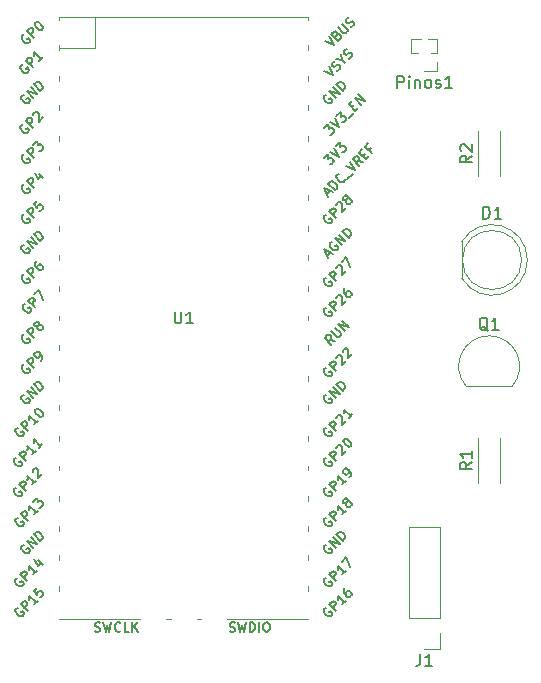
<source format=gbr>
%TF.GenerationSoftware,KiCad,Pcbnew,8.0.0*%
%TF.CreationDate,2024-03-27T17:11:43-03:00*%
%TF.ProjectId,ponderada_semana_8,706f6e64-6572-4616-9461-5f73656d616e,rev?*%
%TF.SameCoordinates,Original*%
%TF.FileFunction,Legend,Top*%
%TF.FilePolarity,Positive*%
%FSLAX46Y46*%
G04 Gerber Fmt 4.6, Leading zero omitted, Abs format (unit mm)*
G04 Created by KiCad (PCBNEW 8.0.0) date 2024-03-27 17:11:43*
%MOMM*%
%LPD*%
G01*
G04 APERTURE LIST*
%ADD10C,0.150000*%
%ADD11C,0.120000*%
G04 APERTURE END LIST*
D10*
X66848095Y-82864819D02*
X66848095Y-83674342D01*
X66848095Y-83674342D02*
X66895714Y-83769580D01*
X66895714Y-83769580D02*
X66943333Y-83817200D01*
X66943333Y-83817200D02*
X67038571Y-83864819D01*
X67038571Y-83864819D02*
X67229047Y-83864819D01*
X67229047Y-83864819D02*
X67324285Y-83817200D01*
X67324285Y-83817200D02*
X67371904Y-83769580D01*
X67371904Y-83769580D02*
X67419523Y-83674342D01*
X67419523Y-83674342D02*
X67419523Y-82864819D01*
X68419523Y-83864819D02*
X67848095Y-83864819D01*
X68133809Y-83864819D02*
X68133809Y-82864819D01*
X68133809Y-82864819D02*
X68038571Y-83007676D01*
X68038571Y-83007676D02*
X67943333Y-83102914D01*
X67943333Y-83102914D02*
X67848095Y-83150533D01*
X79707998Y-80000868D02*
X79627185Y-80027805D01*
X79627185Y-80027805D02*
X79546373Y-80108618D01*
X79546373Y-80108618D02*
X79492498Y-80216367D01*
X79492498Y-80216367D02*
X79492498Y-80324117D01*
X79492498Y-80324117D02*
X79519436Y-80404929D01*
X79519436Y-80404929D02*
X79600248Y-80539616D01*
X79600248Y-80539616D02*
X79681060Y-80620428D01*
X79681060Y-80620428D02*
X79815747Y-80701241D01*
X79815747Y-80701241D02*
X79896560Y-80728178D01*
X79896560Y-80728178D02*
X80004309Y-80728178D01*
X80004309Y-80728178D02*
X80112059Y-80674303D01*
X80112059Y-80674303D02*
X80165934Y-80620428D01*
X80165934Y-80620428D02*
X80219808Y-80512679D01*
X80219808Y-80512679D02*
X80219808Y-80458804D01*
X80219808Y-80458804D02*
X80031247Y-80270242D01*
X80031247Y-80270242D02*
X79923497Y-80377992D01*
X80516120Y-80270242D02*
X79950434Y-79704557D01*
X79950434Y-79704557D02*
X80165934Y-79489057D01*
X80165934Y-79489057D02*
X80246746Y-79462120D01*
X80246746Y-79462120D02*
X80300621Y-79462120D01*
X80300621Y-79462120D02*
X80381433Y-79489057D01*
X80381433Y-79489057D02*
X80462245Y-79569870D01*
X80462245Y-79569870D02*
X80489182Y-79650682D01*
X80489182Y-79650682D02*
X80489182Y-79704557D01*
X80489182Y-79704557D02*
X80462245Y-79785369D01*
X80462245Y-79785369D02*
X80246746Y-80000868D01*
X80543057Y-79219683D02*
X80543057Y-79165809D01*
X80543057Y-79165809D02*
X80569995Y-79084996D01*
X80569995Y-79084996D02*
X80704682Y-78950309D01*
X80704682Y-78950309D02*
X80785494Y-78923372D01*
X80785494Y-78923372D02*
X80839369Y-78923372D01*
X80839369Y-78923372D02*
X80920181Y-78950309D01*
X80920181Y-78950309D02*
X80974056Y-79004184D01*
X80974056Y-79004184D02*
X81027930Y-79111934D01*
X81027930Y-79111934D02*
X81027930Y-79758431D01*
X81027930Y-79758431D02*
X81378117Y-79408245D01*
X81000993Y-78653998D02*
X81378117Y-78276874D01*
X81378117Y-78276874D02*
X81701366Y-79084996D01*
X80448651Y-85353710D02*
X79990716Y-85272898D01*
X80125403Y-85676959D02*
X79559717Y-85111274D01*
X79559717Y-85111274D02*
X79775216Y-84895775D01*
X79775216Y-84895775D02*
X79856029Y-84868837D01*
X79856029Y-84868837D02*
X79909903Y-84868837D01*
X79909903Y-84868837D02*
X79990716Y-84895775D01*
X79990716Y-84895775D02*
X80071528Y-84976587D01*
X80071528Y-84976587D02*
X80098465Y-85057399D01*
X80098465Y-85057399D02*
X80098465Y-85111274D01*
X80098465Y-85111274D02*
X80071528Y-85192086D01*
X80071528Y-85192086D02*
X79856029Y-85407585D01*
X80125403Y-84545588D02*
X80583338Y-85003524D01*
X80583338Y-85003524D02*
X80664151Y-85030462D01*
X80664151Y-85030462D02*
X80718025Y-85030462D01*
X80718025Y-85030462D02*
X80798838Y-85003524D01*
X80798838Y-85003524D02*
X80906587Y-84895775D01*
X80906587Y-84895775D02*
X80933525Y-84814962D01*
X80933525Y-84814962D02*
X80933525Y-84761088D01*
X80933525Y-84761088D02*
X80906587Y-84680275D01*
X80906587Y-84680275D02*
X80448651Y-84222340D01*
X81283711Y-84518651D02*
X80718025Y-83952966D01*
X80718025Y-83952966D02*
X81606959Y-84195402D01*
X81606959Y-84195402D02*
X81041274Y-83629717D01*
X53599998Y-92690868D02*
X53519185Y-92717805D01*
X53519185Y-92717805D02*
X53438373Y-92798618D01*
X53438373Y-92798618D02*
X53384498Y-92906367D01*
X53384498Y-92906367D02*
X53384498Y-93014117D01*
X53384498Y-93014117D02*
X53411436Y-93094929D01*
X53411436Y-93094929D02*
X53492248Y-93229616D01*
X53492248Y-93229616D02*
X53573060Y-93310428D01*
X53573060Y-93310428D02*
X53707747Y-93391241D01*
X53707747Y-93391241D02*
X53788560Y-93418178D01*
X53788560Y-93418178D02*
X53896309Y-93418178D01*
X53896309Y-93418178D02*
X54004059Y-93364303D01*
X54004059Y-93364303D02*
X54057934Y-93310428D01*
X54057934Y-93310428D02*
X54111808Y-93202679D01*
X54111808Y-93202679D02*
X54111808Y-93148804D01*
X54111808Y-93148804D02*
X53923247Y-92960242D01*
X53923247Y-92960242D02*
X53815497Y-93067992D01*
X54408120Y-92960242D02*
X53842434Y-92394557D01*
X53842434Y-92394557D02*
X54057934Y-92179057D01*
X54057934Y-92179057D02*
X54138746Y-92152120D01*
X54138746Y-92152120D02*
X54192621Y-92152120D01*
X54192621Y-92152120D02*
X54273433Y-92179057D01*
X54273433Y-92179057D02*
X54354245Y-92259870D01*
X54354245Y-92259870D02*
X54381182Y-92340682D01*
X54381182Y-92340682D02*
X54381182Y-92394557D01*
X54381182Y-92394557D02*
X54354245Y-92475369D01*
X54354245Y-92475369D02*
X54138746Y-92690868D01*
X55270117Y-92098245D02*
X54946868Y-92421494D01*
X55108492Y-92259870D02*
X54542807Y-91694184D01*
X54542807Y-91694184D02*
X54569744Y-91828871D01*
X54569744Y-91828871D02*
X54569744Y-91936621D01*
X54569744Y-91936621D02*
X54542807Y-92017433D01*
X55054618Y-91182373D02*
X55108492Y-91128499D01*
X55108492Y-91128499D02*
X55189305Y-91101561D01*
X55189305Y-91101561D02*
X55243179Y-91101561D01*
X55243179Y-91101561D02*
X55323992Y-91128499D01*
X55323992Y-91128499D02*
X55458679Y-91209311D01*
X55458679Y-91209311D02*
X55593366Y-91343998D01*
X55593366Y-91343998D02*
X55674178Y-91478685D01*
X55674178Y-91478685D02*
X55701115Y-91559497D01*
X55701115Y-91559497D02*
X55701115Y-91613372D01*
X55701115Y-91613372D02*
X55674178Y-91694184D01*
X55674178Y-91694184D02*
X55620303Y-91748059D01*
X55620303Y-91748059D02*
X55539491Y-91774996D01*
X55539491Y-91774996D02*
X55485616Y-91774996D01*
X55485616Y-91774996D02*
X55404804Y-91748059D01*
X55404804Y-91748059D02*
X55270117Y-91667247D01*
X55270117Y-91667247D02*
X55135430Y-91532560D01*
X55135430Y-91532560D02*
X55054618Y-91397873D01*
X55054618Y-91397873D02*
X55027680Y-91317060D01*
X55027680Y-91317060D02*
X55027680Y-91263186D01*
X55027680Y-91263186D02*
X55054618Y-91182373D01*
X54023372Y-61931494D02*
X53942560Y-61958431D01*
X53942560Y-61958431D02*
X53861748Y-62039243D01*
X53861748Y-62039243D02*
X53807873Y-62146993D01*
X53807873Y-62146993D02*
X53807873Y-62254742D01*
X53807873Y-62254742D02*
X53834810Y-62335555D01*
X53834810Y-62335555D02*
X53915623Y-62470242D01*
X53915623Y-62470242D02*
X53996435Y-62551054D01*
X53996435Y-62551054D02*
X54131122Y-62631866D01*
X54131122Y-62631866D02*
X54211934Y-62658803D01*
X54211934Y-62658803D02*
X54319684Y-62658803D01*
X54319684Y-62658803D02*
X54427433Y-62604929D01*
X54427433Y-62604929D02*
X54481308Y-62551054D01*
X54481308Y-62551054D02*
X54535183Y-62443304D01*
X54535183Y-62443304D02*
X54535183Y-62389429D01*
X54535183Y-62389429D02*
X54346621Y-62200868D01*
X54346621Y-62200868D02*
X54238871Y-62308617D01*
X54831494Y-62200868D02*
X54265809Y-61635182D01*
X54265809Y-61635182D02*
X54481308Y-61419683D01*
X54481308Y-61419683D02*
X54562120Y-61392746D01*
X54562120Y-61392746D02*
X54615995Y-61392746D01*
X54615995Y-61392746D02*
X54696807Y-61419683D01*
X54696807Y-61419683D02*
X54777619Y-61500495D01*
X54777619Y-61500495D02*
X54804557Y-61581307D01*
X54804557Y-61581307D02*
X54804557Y-61635182D01*
X54804557Y-61635182D02*
X54777619Y-61715994D01*
X54777619Y-61715994D02*
X54562120Y-61931494D01*
X55693491Y-61338871D02*
X55370242Y-61662120D01*
X55531867Y-61500495D02*
X54966181Y-60934810D01*
X54966181Y-60934810D02*
X54993119Y-61069497D01*
X54993119Y-61069497D02*
X54993119Y-61177246D01*
X54993119Y-61177246D02*
X54966181Y-61258059D01*
X53453998Y-97770868D02*
X53373185Y-97797805D01*
X53373185Y-97797805D02*
X53292373Y-97878618D01*
X53292373Y-97878618D02*
X53238498Y-97986367D01*
X53238498Y-97986367D02*
X53238498Y-98094117D01*
X53238498Y-98094117D02*
X53265436Y-98174929D01*
X53265436Y-98174929D02*
X53346248Y-98309616D01*
X53346248Y-98309616D02*
X53427060Y-98390428D01*
X53427060Y-98390428D02*
X53561747Y-98471241D01*
X53561747Y-98471241D02*
X53642560Y-98498178D01*
X53642560Y-98498178D02*
X53750309Y-98498178D01*
X53750309Y-98498178D02*
X53858059Y-98444303D01*
X53858059Y-98444303D02*
X53911934Y-98390428D01*
X53911934Y-98390428D02*
X53965808Y-98282679D01*
X53965808Y-98282679D02*
X53965808Y-98228804D01*
X53965808Y-98228804D02*
X53777247Y-98040242D01*
X53777247Y-98040242D02*
X53669497Y-98147992D01*
X54262120Y-98040242D02*
X53696434Y-97474557D01*
X53696434Y-97474557D02*
X53911934Y-97259057D01*
X53911934Y-97259057D02*
X53992746Y-97232120D01*
X53992746Y-97232120D02*
X54046621Y-97232120D01*
X54046621Y-97232120D02*
X54127433Y-97259057D01*
X54127433Y-97259057D02*
X54208245Y-97339870D01*
X54208245Y-97339870D02*
X54235182Y-97420682D01*
X54235182Y-97420682D02*
X54235182Y-97474557D01*
X54235182Y-97474557D02*
X54208245Y-97555369D01*
X54208245Y-97555369D02*
X53992746Y-97770868D01*
X55124117Y-97178245D02*
X54800868Y-97501494D01*
X54962492Y-97339870D02*
X54396807Y-96774184D01*
X54396807Y-96774184D02*
X54423744Y-96908871D01*
X54423744Y-96908871D02*
X54423744Y-97016621D01*
X54423744Y-97016621D02*
X54396807Y-97097433D01*
X54827805Y-96450935D02*
X54827805Y-96397060D01*
X54827805Y-96397060D02*
X54854743Y-96316248D01*
X54854743Y-96316248D02*
X54989430Y-96181561D01*
X54989430Y-96181561D02*
X55070242Y-96154624D01*
X55070242Y-96154624D02*
X55124117Y-96154624D01*
X55124117Y-96154624D02*
X55204929Y-96181561D01*
X55204929Y-96181561D02*
X55258804Y-96235436D01*
X55258804Y-96235436D02*
X55312679Y-96343186D01*
X55312679Y-96343186D02*
X55312679Y-96989683D01*
X55312679Y-96989683D02*
X55662865Y-96639497D01*
X79530749Y-62480242D02*
X80284996Y-62857366D01*
X80284996Y-62857366D02*
X79907873Y-62103118D01*
X80608245Y-62480242D02*
X80715995Y-62426367D01*
X80715995Y-62426367D02*
X80850682Y-62291680D01*
X80850682Y-62291680D02*
X80877619Y-62210868D01*
X80877619Y-62210868D02*
X80877619Y-62156993D01*
X80877619Y-62156993D02*
X80850682Y-62076181D01*
X80850682Y-62076181D02*
X80796807Y-62022306D01*
X80796807Y-62022306D02*
X80715995Y-61995369D01*
X80715995Y-61995369D02*
X80662120Y-61995369D01*
X80662120Y-61995369D02*
X80581308Y-62022306D01*
X80581308Y-62022306D02*
X80446621Y-62103118D01*
X80446621Y-62103118D02*
X80365808Y-62130056D01*
X80365808Y-62130056D02*
X80311934Y-62130056D01*
X80311934Y-62130056D02*
X80231121Y-62103118D01*
X80231121Y-62103118D02*
X80177247Y-62049244D01*
X80177247Y-62049244D02*
X80150309Y-61968431D01*
X80150309Y-61968431D02*
X80150309Y-61914557D01*
X80150309Y-61914557D02*
X80177247Y-61833744D01*
X80177247Y-61833744D02*
X80311934Y-61699057D01*
X80311934Y-61699057D02*
X80419683Y-61645183D01*
X81039244Y-61564370D02*
X81308618Y-61833744D01*
X80554370Y-61456621D02*
X81039244Y-61564370D01*
X81039244Y-61564370D02*
X80931494Y-61079497D01*
X81631866Y-61456621D02*
X81739616Y-61402746D01*
X81739616Y-61402746D02*
X81874303Y-61268059D01*
X81874303Y-61268059D02*
X81901240Y-61187247D01*
X81901240Y-61187247D02*
X81901240Y-61133372D01*
X81901240Y-61133372D02*
X81874303Y-61052560D01*
X81874303Y-61052560D02*
X81820428Y-60998685D01*
X81820428Y-60998685D02*
X81739616Y-60971748D01*
X81739616Y-60971748D02*
X81685741Y-60971748D01*
X81685741Y-60971748D02*
X81604929Y-60998685D01*
X81604929Y-60998685D02*
X81470242Y-61079497D01*
X81470242Y-61079497D02*
X81389430Y-61106435D01*
X81389430Y-61106435D02*
X81335555Y-61106435D01*
X81335555Y-61106435D02*
X81254743Y-61079497D01*
X81254743Y-61079497D02*
X81200868Y-61025622D01*
X81200868Y-61025622D02*
X81173930Y-60944810D01*
X81173930Y-60944810D02*
X81173930Y-60890935D01*
X81173930Y-60890935D02*
X81200868Y-60810123D01*
X81200868Y-60810123D02*
X81335555Y-60675436D01*
X81335555Y-60675436D02*
X81443304Y-60621561D01*
X53553998Y-105390868D02*
X53473185Y-105417805D01*
X53473185Y-105417805D02*
X53392373Y-105498618D01*
X53392373Y-105498618D02*
X53338498Y-105606367D01*
X53338498Y-105606367D02*
X53338498Y-105714117D01*
X53338498Y-105714117D02*
X53365436Y-105794929D01*
X53365436Y-105794929D02*
X53446248Y-105929616D01*
X53446248Y-105929616D02*
X53527060Y-106010428D01*
X53527060Y-106010428D02*
X53661747Y-106091241D01*
X53661747Y-106091241D02*
X53742560Y-106118178D01*
X53742560Y-106118178D02*
X53850309Y-106118178D01*
X53850309Y-106118178D02*
X53958059Y-106064303D01*
X53958059Y-106064303D02*
X54011934Y-106010428D01*
X54011934Y-106010428D02*
X54065808Y-105902679D01*
X54065808Y-105902679D02*
X54065808Y-105848804D01*
X54065808Y-105848804D02*
X53877247Y-105660242D01*
X53877247Y-105660242D02*
X53769497Y-105767992D01*
X54362120Y-105660242D02*
X53796434Y-105094557D01*
X53796434Y-105094557D02*
X54011934Y-104879057D01*
X54011934Y-104879057D02*
X54092746Y-104852120D01*
X54092746Y-104852120D02*
X54146621Y-104852120D01*
X54146621Y-104852120D02*
X54227433Y-104879057D01*
X54227433Y-104879057D02*
X54308245Y-104959870D01*
X54308245Y-104959870D02*
X54335182Y-105040682D01*
X54335182Y-105040682D02*
X54335182Y-105094557D01*
X54335182Y-105094557D02*
X54308245Y-105175369D01*
X54308245Y-105175369D02*
X54092746Y-105390868D01*
X55224117Y-104798245D02*
X54900868Y-105121494D01*
X55062492Y-104959870D02*
X54496807Y-104394184D01*
X54496807Y-104394184D02*
X54523744Y-104528871D01*
X54523744Y-104528871D02*
X54523744Y-104636621D01*
X54523744Y-104636621D02*
X54496807Y-104717433D01*
X55331866Y-103936248D02*
X55708990Y-104313372D01*
X54981680Y-103855436D02*
X55251054Y-104394184D01*
X55251054Y-104394184D02*
X55601240Y-104043998D01*
X54096435Y-89908431D02*
X54015623Y-89935368D01*
X54015623Y-89935368D02*
X53934811Y-90016180D01*
X53934811Y-90016180D02*
X53880936Y-90123930D01*
X53880936Y-90123930D02*
X53880936Y-90231680D01*
X53880936Y-90231680D02*
X53907873Y-90312492D01*
X53907873Y-90312492D02*
X53988685Y-90447179D01*
X53988685Y-90447179D02*
X54069498Y-90527991D01*
X54069498Y-90527991D02*
X54204185Y-90608803D01*
X54204185Y-90608803D02*
X54284997Y-90635741D01*
X54284997Y-90635741D02*
X54392746Y-90635741D01*
X54392746Y-90635741D02*
X54500496Y-90581866D01*
X54500496Y-90581866D02*
X54554371Y-90527991D01*
X54554371Y-90527991D02*
X54608246Y-90420241D01*
X54608246Y-90420241D02*
X54608246Y-90366367D01*
X54608246Y-90366367D02*
X54419684Y-90177805D01*
X54419684Y-90177805D02*
X54311934Y-90285554D01*
X54904557Y-90177805D02*
X54338872Y-89612119D01*
X54338872Y-89612119D02*
X55227806Y-89854556D01*
X55227806Y-89854556D02*
X54662120Y-89288871D01*
X55497180Y-89585182D02*
X54931494Y-89019497D01*
X54931494Y-89019497D02*
X55066181Y-88884810D01*
X55066181Y-88884810D02*
X55173931Y-88830935D01*
X55173931Y-88830935D02*
X55281680Y-88830935D01*
X55281680Y-88830935D02*
X55362493Y-88857872D01*
X55362493Y-88857872D02*
X55497180Y-88938685D01*
X55497180Y-88938685D02*
X55577992Y-89019497D01*
X55577992Y-89019497D02*
X55658804Y-89154184D01*
X55658804Y-89154184D02*
X55685741Y-89234996D01*
X55685741Y-89234996D02*
X55685741Y-89342746D01*
X55685741Y-89342746D02*
X55631867Y-89450495D01*
X55631867Y-89450495D02*
X55497180Y-89585182D01*
X79707998Y-87610868D02*
X79627185Y-87637805D01*
X79627185Y-87637805D02*
X79546373Y-87718618D01*
X79546373Y-87718618D02*
X79492498Y-87826367D01*
X79492498Y-87826367D02*
X79492498Y-87934117D01*
X79492498Y-87934117D02*
X79519436Y-88014929D01*
X79519436Y-88014929D02*
X79600248Y-88149616D01*
X79600248Y-88149616D02*
X79681060Y-88230428D01*
X79681060Y-88230428D02*
X79815747Y-88311241D01*
X79815747Y-88311241D02*
X79896560Y-88338178D01*
X79896560Y-88338178D02*
X80004309Y-88338178D01*
X80004309Y-88338178D02*
X80112059Y-88284303D01*
X80112059Y-88284303D02*
X80165934Y-88230428D01*
X80165934Y-88230428D02*
X80219808Y-88122679D01*
X80219808Y-88122679D02*
X80219808Y-88068804D01*
X80219808Y-88068804D02*
X80031247Y-87880242D01*
X80031247Y-87880242D02*
X79923497Y-87987992D01*
X80516120Y-87880242D02*
X79950434Y-87314557D01*
X79950434Y-87314557D02*
X80165934Y-87099057D01*
X80165934Y-87099057D02*
X80246746Y-87072120D01*
X80246746Y-87072120D02*
X80300621Y-87072120D01*
X80300621Y-87072120D02*
X80381433Y-87099057D01*
X80381433Y-87099057D02*
X80462245Y-87179870D01*
X80462245Y-87179870D02*
X80489182Y-87260682D01*
X80489182Y-87260682D02*
X80489182Y-87314557D01*
X80489182Y-87314557D02*
X80462245Y-87395369D01*
X80462245Y-87395369D02*
X80246746Y-87610868D01*
X80543057Y-86829683D02*
X80543057Y-86775809D01*
X80543057Y-86775809D02*
X80569995Y-86694996D01*
X80569995Y-86694996D02*
X80704682Y-86560309D01*
X80704682Y-86560309D02*
X80785494Y-86533372D01*
X80785494Y-86533372D02*
X80839369Y-86533372D01*
X80839369Y-86533372D02*
X80920181Y-86560309D01*
X80920181Y-86560309D02*
X80974056Y-86614184D01*
X80974056Y-86614184D02*
X81027930Y-86721934D01*
X81027930Y-86721934D02*
X81027930Y-87368431D01*
X81027930Y-87368431D02*
X81378117Y-87018245D01*
X81081805Y-86290935D02*
X81081805Y-86237060D01*
X81081805Y-86237060D02*
X81108743Y-86156248D01*
X81108743Y-86156248D02*
X81243430Y-86021561D01*
X81243430Y-86021561D02*
X81324242Y-85994624D01*
X81324242Y-85994624D02*
X81378117Y-85994624D01*
X81378117Y-85994624D02*
X81458929Y-86021561D01*
X81458929Y-86021561D02*
X81512804Y-86075436D01*
X81512804Y-86075436D02*
X81566679Y-86183186D01*
X81566679Y-86183186D02*
X81566679Y-86829683D01*
X81566679Y-86829683D02*
X81916865Y-86479497D01*
X79707998Y-92700868D02*
X79627185Y-92727805D01*
X79627185Y-92727805D02*
X79546373Y-92808618D01*
X79546373Y-92808618D02*
X79492498Y-92916367D01*
X79492498Y-92916367D02*
X79492498Y-93024117D01*
X79492498Y-93024117D02*
X79519436Y-93104929D01*
X79519436Y-93104929D02*
X79600248Y-93239616D01*
X79600248Y-93239616D02*
X79681060Y-93320428D01*
X79681060Y-93320428D02*
X79815747Y-93401241D01*
X79815747Y-93401241D02*
X79896560Y-93428178D01*
X79896560Y-93428178D02*
X80004309Y-93428178D01*
X80004309Y-93428178D02*
X80112059Y-93374303D01*
X80112059Y-93374303D02*
X80165934Y-93320428D01*
X80165934Y-93320428D02*
X80219808Y-93212679D01*
X80219808Y-93212679D02*
X80219808Y-93158804D01*
X80219808Y-93158804D02*
X80031247Y-92970242D01*
X80031247Y-92970242D02*
X79923497Y-93077992D01*
X80516120Y-92970242D02*
X79950434Y-92404557D01*
X79950434Y-92404557D02*
X80165934Y-92189057D01*
X80165934Y-92189057D02*
X80246746Y-92162120D01*
X80246746Y-92162120D02*
X80300621Y-92162120D01*
X80300621Y-92162120D02*
X80381433Y-92189057D01*
X80381433Y-92189057D02*
X80462245Y-92269870D01*
X80462245Y-92269870D02*
X80489182Y-92350682D01*
X80489182Y-92350682D02*
X80489182Y-92404557D01*
X80489182Y-92404557D02*
X80462245Y-92485369D01*
X80462245Y-92485369D02*
X80246746Y-92700868D01*
X80543057Y-91919683D02*
X80543057Y-91865809D01*
X80543057Y-91865809D02*
X80569995Y-91784996D01*
X80569995Y-91784996D02*
X80704682Y-91650309D01*
X80704682Y-91650309D02*
X80785494Y-91623372D01*
X80785494Y-91623372D02*
X80839369Y-91623372D01*
X80839369Y-91623372D02*
X80920181Y-91650309D01*
X80920181Y-91650309D02*
X80974056Y-91704184D01*
X80974056Y-91704184D02*
X81027930Y-91811934D01*
X81027930Y-91811934D02*
X81027930Y-92458431D01*
X81027930Y-92458431D02*
X81378117Y-92108245D01*
X81916865Y-91569497D02*
X81593616Y-91892746D01*
X81755240Y-91731121D02*
X81189555Y-91165436D01*
X81189555Y-91165436D02*
X81216492Y-91300123D01*
X81216492Y-91300123D02*
X81216492Y-91407873D01*
X81216492Y-91407873D02*
X81189555Y-91488685D01*
X54123372Y-79721494D02*
X54042560Y-79748431D01*
X54042560Y-79748431D02*
X53961748Y-79829243D01*
X53961748Y-79829243D02*
X53907873Y-79936993D01*
X53907873Y-79936993D02*
X53907873Y-80044742D01*
X53907873Y-80044742D02*
X53934810Y-80125555D01*
X53934810Y-80125555D02*
X54015623Y-80260242D01*
X54015623Y-80260242D02*
X54096435Y-80341054D01*
X54096435Y-80341054D02*
X54231122Y-80421866D01*
X54231122Y-80421866D02*
X54311934Y-80448803D01*
X54311934Y-80448803D02*
X54419684Y-80448803D01*
X54419684Y-80448803D02*
X54527433Y-80394929D01*
X54527433Y-80394929D02*
X54581308Y-80341054D01*
X54581308Y-80341054D02*
X54635183Y-80233304D01*
X54635183Y-80233304D02*
X54635183Y-80179429D01*
X54635183Y-80179429D02*
X54446621Y-79990868D01*
X54446621Y-79990868D02*
X54338871Y-80098617D01*
X54931494Y-79990868D02*
X54365809Y-79425182D01*
X54365809Y-79425182D02*
X54581308Y-79209683D01*
X54581308Y-79209683D02*
X54662120Y-79182746D01*
X54662120Y-79182746D02*
X54715995Y-79182746D01*
X54715995Y-79182746D02*
X54796807Y-79209683D01*
X54796807Y-79209683D02*
X54877619Y-79290495D01*
X54877619Y-79290495D02*
X54904557Y-79371307D01*
X54904557Y-79371307D02*
X54904557Y-79425182D01*
X54904557Y-79425182D02*
X54877619Y-79505994D01*
X54877619Y-79505994D02*
X54662120Y-79721494D01*
X55173931Y-78617060D02*
X55066181Y-78724810D01*
X55066181Y-78724810D02*
X55039244Y-78805622D01*
X55039244Y-78805622D02*
X55039244Y-78859497D01*
X55039244Y-78859497D02*
X55066181Y-78994184D01*
X55066181Y-78994184D02*
X55146993Y-79128871D01*
X55146993Y-79128871D02*
X55362493Y-79344370D01*
X55362493Y-79344370D02*
X55443305Y-79371307D01*
X55443305Y-79371307D02*
X55497180Y-79371307D01*
X55497180Y-79371307D02*
X55577992Y-79344370D01*
X55577992Y-79344370D02*
X55685741Y-79236620D01*
X55685741Y-79236620D02*
X55712679Y-79155808D01*
X55712679Y-79155808D02*
X55712679Y-79101933D01*
X55712679Y-79101933D02*
X55685741Y-79021121D01*
X55685741Y-79021121D02*
X55551054Y-78886434D01*
X55551054Y-78886434D02*
X55470242Y-78859497D01*
X55470242Y-78859497D02*
X55416367Y-78859497D01*
X55416367Y-78859497D02*
X55335555Y-78886434D01*
X55335555Y-78886434D02*
X55227806Y-78994184D01*
X55227806Y-78994184D02*
X55200868Y-79074996D01*
X55200868Y-79074996D02*
X55200868Y-79128871D01*
X55200868Y-79128871D02*
X55227806Y-79209683D01*
X79707998Y-100310868D02*
X79627185Y-100337805D01*
X79627185Y-100337805D02*
X79546373Y-100418618D01*
X79546373Y-100418618D02*
X79492498Y-100526367D01*
X79492498Y-100526367D02*
X79492498Y-100634117D01*
X79492498Y-100634117D02*
X79519436Y-100714929D01*
X79519436Y-100714929D02*
X79600248Y-100849616D01*
X79600248Y-100849616D02*
X79681060Y-100930428D01*
X79681060Y-100930428D02*
X79815747Y-101011241D01*
X79815747Y-101011241D02*
X79896560Y-101038178D01*
X79896560Y-101038178D02*
X80004309Y-101038178D01*
X80004309Y-101038178D02*
X80112059Y-100984303D01*
X80112059Y-100984303D02*
X80165934Y-100930428D01*
X80165934Y-100930428D02*
X80219808Y-100822679D01*
X80219808Y-100822679D02*
X80219808Y-100768804D01*
X80219808Y-100768804D02*
X80031247Y-100580242D01*
X80031247Y-100580242D02*
X79923497Y-100687992D01*
X80516120Y-100580242D02*
X79950434Y-100014557D01*
X79950434Y-100014557D02*
X80165934Y-99799057D01*
X80165934Y-99799057D02*
X80246746Y-99772120D01*
X80246746Y-99772120D02*
X80300621Y-99772120D01*
X80300621Y-99772120D02*
X80381433Y-99799057D01*
X80381433Y-99799057D02*
X80462245Y-99879870D01*
X80462245Y-99879870D02*
X80489182Y-99960682D01*
X80489182Y-99960682D02*
X80489182Y-100014557D01*
X80489182Y-100014557D02*
X80462245Y-100095369D01*
X80462245Y-100095369D02*
X80246746Y-100310868D01*
X81378117Y-99718245D02*
X81054868Y-100041494D01*
X81216492Y-99879870D02*
X80650807Y-99314184D01*
X80650807Y-99314184D02*
X80677744Y-99448871D01*
X80677744Y-99448871D02*
X80677744Y-99556621D01*
X80677744Y-99556621D02*
X80650807Y-99637433D01*
X81378117Y-99071747D02*
X81297305Y-99098685D01*
X81297305Y-99098685D02*
X81243430Y-99098685D01*
X81243430Y-99098685D02*
X81162618Y-99071747D01*
X81162618Y-99071747D02*
X81135680Y-99044810D01*
X81135680Y-99044810D02*
X81108743Y-98963998D01*
X81108743Y-98963998D02*
X81108743Y-98910123D01*
X81108743Y-98910123D02*
X81135680Y-98829311D01*
X81135680Y-98829311D02*
X81243430Y-98721561D01*
X81243430Y-98721561D02*
X81324242Y-98694624D01*
X81324242Y-98694624D02*
X81378117Y-98694624D01*
X81378117Y-98694624D02*
X81458929Y-98721561D01*
X81458929Y-98721561D02*
X81485866Y-98748499D01*
X81485866Y-98748499D02*
X81512804Y-98829311D01*
X81512804Y-98829311D02*
X81512804Y-98883186D01*
X81512804Y-98883186D02*
X81485866Y-98963998D01*
X81485866Y-98963998D02*
X81378117Y-99071747D01*
X81378117Y-99071747D02*
X81351179Y-99152560D01*
X81351179Y-99152560D02*
X81351179Y-99206434D01*
X81351179Y-99206434D02*
X81378117Y-99287247D01*
X81378117Y-99287247D02*
X81485866Y-99394996D01*
X81485866Y-99394996D02*
X81566679Y-99421934D01*
X81566679Y-99421934D02*
X81620553Y-99421934D01*
X81620553Y-99421934D02*
X81701366Y-99394996D01*
X81701366Y-99394996D02*
X81809115Y-99287247D01*
X81809115Y-99287247D02*
X81836053Y-99206434D01*
X81836053Y-99206434D02*
X81836053Y-99152560D01*
X81836053Y-99152560D02*
X81809115Y-99071747D01*
X81809115Y-99071747D02*
X81701366Y-98963998D01*
X81701366Y-98963998D02*
X81620553Y-98937060D01*
X81620553Y-98937060D02*
X81566679Y-98937060D01*
X81566679Y-98937060D02*
X81485866Y-98963998D01*
X54023372Y-67021494D02*
X53942560Y-67048431D01*
X53942560Y-67048431D02*
X53861748Y-67129243D01*
X53861748Y-67129243D02*
X53807873Y-67236993D01*
X53807873Y-67236993D02*
X53807873Y-67344742D01*
X53807873Y-67344742D02*
X53834810Y-67425555D01*
X53834810Y-67425555D02*
X53915623Y-67560242D01*
X53915623Y-67560242D02*
X53996435Y-67641054D01*
X53996435Y-67641054D02*
X54131122Y-67721866D01*
X54131122Y-67721866D02*
X54211934Y-67748803D01*
X54211934Y-67748803D02*
X54319684Y-67748803D01*
X54319684Y-67748803D02*
X54427433Y-67694929D01*
X54427433Y-67694929D02*
X54481308Y-67641054D01*
X54481308Y-67641054D02*
X54535183Y-67533304D01*
X54535183Y-67533304D02*
X54535183Y-67479429D01*
X54535183Y-67479429D02*
X54346621Y-67290868D01*
X54346621Y-67290868D02*
X54238871Y-67398617D01*
X54831494Y-67290868D02*
X54265809Y-66725182D01*
X54265809Y-66725182D02*
X54481308Y-66509683D01*
X54481308Y-66509683D02*
X54562120Y-66482746D01*
X54562120Y-66482746D02*
X54615995Y-66482746D01*
X54615995Y-66482746D02*
X54696807Y-66509683D01*
X54696807Y-66509683D02*
X54777619Y-66590495D01*
X54777619Y-66590495D02*
X54804557Y-66671307D01*
X54804557Y-66671307D02*
X54804557Y-66725182D01*
X54804557Y-66725182D02*
X54777619Y-66805994D01*
X54777619Y-66805994D02*
X54562120Y-67021494D01*
X54858432Y-66240309D02*
X54858432Y-66186434D01*
X54858432Y-66186434D02*
X54885369Y-66105622D01*
X54885369Y-66105622D02*
X55020056Y-65970935D01*
X55020056Y-65970935D02*
X55100868Y-65943998D01*
X55100868Y-65943998D02*
X55154743Y-65943998D01*
X55154743Y-65943998D02*
X55235555Y-65970935D01*
X55235555Y-65970935D02*
X55289430Y-66024810D01*
X55289430Y-66024810D02*
X55343305Y-66132559D01*
X55343305Y-66132559D02*
X55343305Y-66779057D01*
X55343305Y-66779057D02*
X55693491Y-66428871D01*
X79707998Y-97770868D02*
X79627185Y-97797805D01*
X79627185Y-97797805D02*
X79546373Y-97878618D01*
X79546373Y-97878618D02*
X79492498Y-97986367D01*
X79492498Y-97986367D02*
X79492498Y-98094117D01*
X79492498Y-98094117D02*
X79519436Y-98174929D01*
X79519436Y-98174929D02*
X79600248Y-98309616D01*
X79600248Y-98309616D02*
X79681060Y-98390428D01*
X79681060Y-98390428D02*
X79815747Y-98471241D01*
X79815747Y-98471241D02*
X79896560Y-98498178D01*
X79896560Y-98498178D02*
X80004309Y-98498178D01*
X80004309Y-98498178D02*
X80112059Y-98444303D01*
X80112059Y-98444303D02*
X80165934Y-98390428D01*
X80165934Y-98390428D02*
X80219808Y-98282679D01*
X80219808Y-98282679D02*
X80219808Y-98228804D01*
X80219808Y-98228804D02*
X80031247Y-98040242D01*
X80031247Y-98040242D02*
X79923497Y-98147992D01*
X80516120Y-98040242D02*
X79950434Y-97474557D01*
X79950434Y-97474557D02*
X80165934Y-97259057D01*
X80165934Y-97259057D02*
X80246746Y-97232120D01*
X80246746Y-97232120D02*
X80300621Y-97232120D01*
X80300621Y-97232120D02*
X80381433Y-97259057D01*
X80381433Y-97259057D02*
X80462245Y-97339870D01*
X80462245Y-97339870D02*
X80489182Y-97420682D01*
X80489182Y-97420682D02*
X80489182Y-97474557D01*
X80489182Y-97474557D02*
X80462245Y-97555369D01*
X80462245Y-97555369D02*
X80246746Y-97770868D01*
X81378117Y-97178245D02*
X81054868Y-97501494D01*
X81216492Y-97339870D02*
X80650807Y-96774184D01*
X80650807Y-96774184D02*
X80677744Y-96908871D01*
X80677744Y-96908871D02*
X80677744Y-97016621D01*
X80677744Y-97016621D02*
X80650807Y-97097433D01*
X81647491Y-96908871D02*
X81755240Y-96801121D01*
X81755240Y-96801121D02*
X81782178Y-96720309D01*
X81782178Y-96720309D02*
X81782178Y-96666434D01*
X81782178Y-96666434D02*
X81755240Y-96531747D01*
X81755240Y-96531747D02*
X81674428Y-96397060D01*
X81674428Y-96397060D02*
X81458929Y-96181561D01*
X81458929Y-96181561D02*
X81378117Y-96154624D01*
X81378117Y-96154624D02*
X81324242Y-96154624D01*
X81324242Y-96154624D02*
X81243430Y-96181561D01*
X81243430Y-96181561D02*
X81135680Y-96289311D01*
X81135680Y-96289311D02*
X81108743Y-96370123D01*
X81108743Y-96370123D02*
X81108743Y-96423998D01*
X81108743Y-96423998D02*
X81135680Y-96504810D01*
X81135680Y-96504810D02*
X81270367Y-96639497D01*
X81270367Y-96639497D02*
X81351179Y-96666434D01*
X81351179Y-96666434D02*
X81405054Y-96666434D01*
X81405054Y-96666434D02*
X81485866Y-96639497D01*
X81485866Y-96639497D02*
X81593616Y-96531747D01*
X81593616Y-96531747D02*
X81620553Y-96450935D01*
X81620553Y-96450935D02*
X81620553Y-96397060D01*
X81620553Y-96397060D02*
X81593616Y-96316248D01*
X79707998Y-95230868D02*
X79627185Y-95257805D01*
X79627185Y-95257805D02*
X79546373Y-95338618D01*
X79546373Y-95338618D02*
X79492498Y-95446367D01*
X79492498Y-95446367D02*
X79492498Y-95554117D01*
X79492498Y-95554117D02*
X79519436Y-95634929D01*
X79519436Y-95634929D02*
X79600248Y-95769616D01*
X79600248Y-95769616D02*
X79681060Y-95850428D01*
X79681060Y-95850428D02*
X79815747Y-95931241D01*
X79815747Y-95931241D02*
X79896560Y-95958178D01*
X79896560Y-95958178D02*
X80004309Y-95958178D01*
X80004309Y-95958178D02*
X80112059Y-95904303D01*
X80112059Y-95904303D02*
X80165934Y-95850428D01*
X80165934Y-95850428D02*
X80219808Y-95742679D01*
X80219808Y-95742679D02*
X80219808Y-95688804D01*
X80219808Y-95688804D02*
X80031247Y-95500242D01*
X80031247Y-95500242D02*
X79923497Y-95607992D01*
X80516120Y-95500242D02*
X79950434Y-94934557D01*
X79950434Y-94934557D02*
X80165934Y-94719057D01*
X80165934Y-94719057D02*
X80246746Y-94692120D01*
X80246746Y-94692120D02*
X80300621Y-94692120D01*
X80300621Y-94692120D02*
X80381433Y-94719057D01*
X80381433Y-94719057D02*
X80462245Y-94799870D01*
X80462245Y-94799870D02*
X80489182Y-94880682D01*
X80489182Y-94880682D02*
X80489182Y-94934557D01*
X80489182Y-94934557D02*
X80462245Y-95015369D01*
X80462245Y-95015369D02*
X80246746Y-95230868D01*
X80543057Y-94449683D02*
X80543057Y-94395809D01*
X80543057Y-94395809D02*
X80569995Y-94314996D01*
X80569995Y-94314996D02*
X80704682Y-94180309D01*
X80704682Y-94180309D02*
X80785494Y-94153372D01*
X80785494Y-94153372D02*
X80839369Y-94153372D01*
X80839369Y-94153372D02*
X80920181Y-94180309D01*
X80920181Y-94180309D02*
X80974056Y-94234184D01*
X80974056Y-94234184D02*
X81027930Y-94341934D01*
X81027930Y-94341934D02*
X81027930Y-94988431D01*
X81027930Y-94988431D02*
X81378117Y-94638245D01*
X81162618Y-93722373D02*
X81216492Y-93668499D01*
X81216492Y-93668499D02*
X81297305Y-93641561D01*
X81297305Y-93641561D02*
X81351179Y-93641561D01*
X81351179Y-93641561D02*
X81431992Y-93668499D01*
X81431992Y-93668499D02*
X81566679Y-93749311D01*
X81566679Y-93749311D02*
X81701366Y-93883998D01*
X81701366Y-93883998D02*
X81782178Y-94018685D01*
X81782178Y-94018685D02*
X81809115Y-94099497D01*
X81809115Y-94099497D02*
X81809115Y-94153372D01*
X81809115Y-94153372D02*
X81782178Y-94234184D01*
X81782178Y-94234184D02*
X81728303Y-94288059D01*
X81728303Y-94288059D02*
X81647491Y-94314996D01*
X81647491Y-94314996D02*
X81593616Y-94314996D01*
X81593616Y-94314996D02*
X81512804Y-94288059D01*
X81512804Y-94288059D02*
X81378117Y-94207247D01*
X81378117Y-94207247D02*
X81243430Y-94072560D01*
X81243430Y-94072560D02*
X81162618Y-93937873D01*
X81162618Y-93937873D02*
X81135680Y-93857060D01*
X81135680Y-93857060D02*
X81135680Y-93803186D01*
X81135680Y-93803186D02*
X81162618Y-93722373D01*
X54096435Y-64508431D02*
X54015623Y-64535368D01*
X54015623Y-64535368D02*
X53934811Y-64616180D01*
X53934811Y-64616180D02*
X53880936Y-64723930D01*
X53880936Y-64723930D02*
X53880936Y-64831680D01*
X53880936Y-64831680D02*
X53907873Y-64912492D01*
X53907873Y-64912492D02*
X53988685Y-65047179D01*
X53988685Y-65047179D02*
X54069498Y-65127991D01*
X54069498Y-65127991D02*
X54204185Y-65208803D01*
X54204185Y-65208803D02*
X54284997Y-65235741D01*
X54284997Y-65235741D02*
X54392746Y-65235741D01*
X54392746Y-65235741D02*
X54500496Y-65181866D01*
X54500496Y-65181866D02*
X54554371Y-65127991D01*
X54554371Y-65127991D02*
X54608246Y-65020241D01*
X54608246Y-65020241D02*
X54608246Y-64966367D01*
X54608246Y-64966367D02*
X54419684Y-64777805D01*
X54419684Y-64777805D02*
X54311934Y-64885554D01*
X54904557Y-64777805D02*
X54338872Y-64212119D01*
X54338872Y-64212119D02*
X55227806Y-64454556D01*
X55227806Y-64454556D02*
X54662120Y-63888871D01*
X55497180Y-64185182D02*
X54931494Y-63619497D01*
X54931494Y-63619497D02*
X55066181Y-63484810D01*
X55066181Y-63484810D02*
X55173931Y-63430935D01*
X55173931Y-63430935D02*
X55281680Y-63430935D01*
X55281680Y-63430935D02*
X55362493Y-63457872D01*
X55362493Y-63457872D02*
X55497180Y-63538685D01*
X55497180Y-63538685D02*
X55577992Y-63619497D01*
X55577992Y-63619497D02*
X55658804Y-63754184D01*
X55658804Y-63754184D02*
X55685741Y-63834996D01*
X55685741Y-63834996D02*
X55685741Y-63942746D01*
X55685741Y-63942746D02*
X55631867Y-64050495D01*
X55631867Y-64050495D02*
X55497180Y-64185182D01*
X54096435Y-102608431D02*
X54015623Y-102635368D01*
X54015623Y-102635368D02*
X53934811Y-102716180D01*
X53934811Y-102716180D02*
X53880936Y-102823930D01*
X53880936Y-102823930D02*
X53880936Y-102931680D01*
X53880936Y-102931680D02*
X53907873Y-103012492D01*
X53907873Y-103012492D02*
X53988685Y-103147179D01*
X53988685Y-103147179D02*
X54069498Y-103227991D01*
X54069498Y-103227991D02*
X54204185Y-103308803D01*
X54204185Y-103308803D02*
X54284997Y-103335741D01*
X54284997Y-103335741D02*
X54392746Y-103335741D01*
X54392746Y-103335741D02*
X54500496Y-103281866D01*
X54500496Y-103281866D02*
X54554371Y-103227991D01*
X54554371Y-103227991D02*
X54608246Y-103120241D01*
X54608246Y-103120241D02*
X54608246Y-103066367D01*
X54608246Y-103066367D02*
X54419684Y-102877805D01*
X54419684Y-102877805D02*
X54311934Y-102985554D01*
X54904557Y-102877805D02*
X54338872Y-102312119D01*
X54338872Y-102312119D02*
X55227806Y-102554556D01*
X55227806Y-102554556D02*
X54662120Y-101988871D01*
X55497180Y-102285182D02*
X54931494Y-101719497D01*
X54931494Y-101719497D02*
X55066181Y-101584810D01*
X55066181Y-101584810D02*
X55173931Y-101530935D01*
X55173931Y-101530935D02*
X55281680Y-101530935D01*
X55281680Y-101530935D02*
X55362493Y-101557872D01*
X55362493Y-101557872D02*
X55497180Y-101638685D01*
X55497180Y-101638685D02*
X55577992Y-101719497D01*
X55577992Y-101719497D02*
X55658804Y-101854184D01*
X55658804Y-101854184D02*
X55685741Y-101934996D01*
X55685741Y-101934996D02*
X55685741Y-102042746D01*
X55685741Y-102042746D02*
X55631867Y-102150495D01*
X55631867Y-102150495D02*
X55497180Y-102285182D01*
X54123372Y-69561494D02*
X54042560Y-69588431D01*
X54042560Y-69588431D02*
X53961748Y-69669243D01*
X53961748Y-69669243D02*
X53907873Y-69776993D01*
X53907873Y-69776993D02*
X53907873Y-69884742D01*
X53907873Y-69884742D02*
X53934810Y-69965555D01*
X53934810Y-69965555D02*
X54015623Y-70100242D01*
X54015623Y-70100242D02*
X54096435Y-70181054D01*
X54096435Y-70181054D02*
X54231122Y-70261866D01*
X54231122Y-70261866D02*
X54311934Y-70288803D01*
X54311934Y-70288803D02*
X54419684Y-70288803D01*
X54419684Y-70288803D02*
X54527433Y-70234929D01*
X54527433Y-70234929D02*
X54581308Y-70181054D01*
X54581308Y-70181054D02*
X54635183Y-70073304D01*
X54635183Y-70073304D02*
X54635183Y-70019429D01*
X54635183Y-70019429D02*
X54446621Y-69830868D01*
X54446621Y-69830868D02*
X54338871Y-69938617D01*
X54931494Y-69830868D02*
X54365809Y-69265182D01*
X54365809Y-69265182D02*
X54581308Y-69049683D01*
X54581308Y-69049683D02*
X54662120Y-69022746D01*
X54662120Y-69022746D02*
X54715995Y-69022746D01*
X54715995Y-69022746D02*
X54796807Y-69049683D01*
X54796807Y-69049683D02*
X54877619Y-69130495D01*
X54877619Y-69130495D02*
X54904557Y-69211307D01*
X54904557Y-69211307D02*
X54904557Y-69265182D01*
X54904557Y-69265182D02*
X54877619Y-69345994D01*
X54877619Y-69345994D02*
X54662120Y-69561494D01*
X54877619Y-68753372D02*
X55227806Y-68403185D01*
X55227806Y-68403185D02*
X55254743Y-68807246D01*
X55254743Y-68807246D02*
X55335555Y-68726434D01*
X55335555Y-68726434D02*
X55416367Y-68699497D01*
X55416367Y-68699497D02*
X55470242Y-68699497D01*
X55470242Y-68699497D02*
X55551054Y-68726434D01*
X55551054Y-68726434D02*
X55685741Y-68861121D01*
X55685741Y-68861121D02*
X55712679Y-68941933D01*
X55712679Y-68941933D02*
X55712679Y-68995808D01*
X55712679Y-68995808D02*
X55685741Y-69076620D01*
X55685741Y-69076620D02*
X55524117Y-69238245D01*
X55524117Y-69238245D02*
X55443305Y-69265182D01*
X55443305Y-69265182D02*
X55389430Y-69265182D01*
X54123372Y-59401494D02*
X54042560Y-59428431D01*
X54042560Y-59428431D02*
X53961748Y-59509243D01*
X53961748Y-59509243D02*
X53907873Y-59616993D01*
X53907873Y-59616993D02*
X53907873Y-59724742D01*
X53907873Y-59724742D02*
X53934810Y-59805555D01*
X53934810Y-59805555D02*
X54015623Y-59940242D01*
X54015623Y-59940242D02*
X54096435Y-60021054D01*
X54096435Y-60021054D02*
X54231122Y-60101866D01*
X54231122Y-60101866D02*
X54311934Y-60128803D01*
X54311934Y-60128803D02*
X54419684Y-60128803D01*
X54419684Y-60128803D02*
X54527433Y-60074929D01*
X54527433Y-60074929D02*
X54581308Y-60021054D01*
X54581308Y-60021054D02*
X54635183Y-59913304D01*
X54635183Y-59913304D02*
X54635183Y-59859429D01*
X54635183Y-59859429D02*
X54446621Y-59670868D01*
X54446621Y-59670868D02*
X54338871Y-59778617D01*
X54931494Y-59670868D02*
X54365809Y-59105182D01*
X54365809Y-59105182D02*
X54581308Y-58889683D01*
X54581308Y-58889683D02*
X54662120Y-58862746D01*
X54662120Y-58862746D02*
X54715995Y-58862746D01*
X54715995Y-58862746D02*
X54796807Y-58889683D01*
X54796807Y-58889683D02*
X54877619Y-58970495D01*
X54877619Y-58970495D02*
X54904557Y-59051307D01*
X54904557Y-59051307D02*
X54904557Y-59105182D01*
X54904557Y-59105182D02*
X54877619Y-59185994D01*
X54877619Y-59185994D02*
X54662120Y-59401494D01*
X55039244Y-58431747D02*
X55093119Y-58377872D01*
X55093119Y-58377872D02*
X55173931Y-58350935D01*
X55173931Y-58350935D02*
X55227806Y-58350935D01*
X55227806Y-58350935D02*
X55308618Y-58377872D01*
X55308618Y-58377872D02*
X55443305Y-58458685D01*
X55443305Y-58458685D02*
X55577992Y-58593372D01*
X55577992Y-58593372D02*
X55658804Y-58728059D01*
X55658804Y-58728059D02*
X55685741Y-58808871D01*
X55685741Y-58808871D02*
X55685741Y-58862746D01*
X55685741Y-58862746D02*
X55658804Y-58943558D01*
X55658804Y-58943558D02*
X55604929Y-58997433D01*
X55604929Y-58997433D02*
X55524117Y-59024370D01*
X55524117Y-59024370D02*
X55470242Y-59024370D01*
X55470242Y-59024370D02*
X55389430Y-58997433D01*
X55389430Y-58997433D02*
X55254743Y-58916620D01*
X55254743Y-58916620D02*
X55120056Y-58781933D01*
X55120056Y-58781933D02*
X55039244Y-58647246D01*
X55039244Y-58647246D02*
X55012306Y-58566434D01*
X55012306Y-58566434D02*
X55012306Y-58512559D01*
X55012306Y-58512559D02*
X55039244Y-58431747D01*
X54123372Y-74641494D02*
X54042560Y-74668431D01*
X54042560Y-74668431D02*
X53961748Y-74749243D01*
X53961748Y-74749243D02*
X53907873Y-74856993D01*
X53907873Y-74856993D02*
X53907873Y-74964742D01*
X53907873Y-74964742D02*
X53934810Y-75045555D01*
X53934810Y-75045555D02*
X54015623Y-75180242D01*
X54015623Y-75180242D02*
X54096435Y-75261054D01*
X54096435Y-75261054D02*
X54231122Y-75341866D01*
X54231122Y-75341866D02*
X54311934Y-75368803D01*
X54311934Y-75368803D02*
X54419684Y-75368803D01*
X54419684Y-75368803D02*
X54527433Y-75314929D01*
X54527433Y-75314929D02*
X54581308Y-75261054D01*
X54581308Y-75261054D02*
X54635183Y-75153304D01*
X54635183Y-75153304D02*
X54635183Y-75099429D01*
X54635183Y-75099429D02*
X54446621Y-74910868D01*
X54446621Y-74910868D02*
X54338871Y-75018617D01*
X54931494Y-74910868D02*
X54365809Y-74345182D01*
X54365809Y-74345182D02*
X54581308Y-74129683D01*
X54581308Y-74129683D02*
X54662120Y-74102746D01*
X54662120Y-74102746D02*
X54715995Y-74102746D01*
X54715995Y-74102746D02*
X54796807Y-74129683D01*
X54796807Y-74129683D02*
X54877619Y-74210495D01*
X54877619Y-74210495D02*
X54904557Y-74291307D01*
X54904557Y-74291307D02*
X54904557Y-74345182D01*
X54904557Y-74345182D02*
X54877619Y-74425994D01*
X54877619Y-74425994D02*
X54662120Y-74641494D01*
X55200868Y-73510123D02*
X54931494Y-73779497D01*
X54931494Y-73779497D02*
X55173931Y-74075808D01*
X55173931Y-74075808D02*
X55173931Y-74021933D01*
X55173931Y-74021933D02*
X55200868Y-73941121D01*
X55200868Y-73941121D02*
X55335555Y-73806434D01*
X55335555Y-73806434D02*
X55416367Y-73779497D01*
X55416367Y-73779497D02*
X55470242Y-73779497D01*
X55470242Y-73779497D02*
X55551054Y-73806434D01*
X55551054Y-73806434D02*
X55685741Y-73941121D01*
X55685741Y-73941121D02*
X55712679Y-74021933D01*
X55712679Y-74021933D02*
X55712679Y-74075808D01*
X55712679Y-74075808D02*
X55685741Y-74156620D01*
X55685741Y-74156620D02*
X55551054Y-74291307D01*
X55551054Y-74291307D02*
X55470242Y-74318245D01*
X55470242Y-74318245D02*
X55416367Y-74318245D01*
X71514761Y-109934200D02*
X71629047Y-109972295D01*
X71629047Y-109972295D02*
X71819523Y-109972295D01*
X71819523Y-109972295D02*
X71895714Y-109934200D01*
X71895714Y-109934200D02*
X71933809Y-109896104D01*
X71933809Y-109896104D02*
X71971904Y-109819914D01*
X71971904Y-109819914D02*
X71971904Y-109743723D01*
X71971904Y-109743723D02*
X71933809Y-109667533D01*
X71933809Y-109667533D02*
X71895714Y-109629438D01*
X71895714Y-109629438D02*
X71819523Y-109591342D01*
X71819523Y-109591342D02*
X71667142Y-109553247D01*
X71667142Y-109553247D02*
X71590952Y-109515152D01*
X71590952Y-109515152D02*
X71552857Y-109477057D01*
X71552857Y-109477057D02*
X71514761Y-109400866D01*
X71514761Y-109400866D02*
X71514761Y-109324676D01*
X71514761Y-109324676D02*
X71552857Y-109248485D01*
X71552857Y-109248485D02*
X71590952Y-109210390D01*
X71590952Y-109210390D02*
X71667142Y-109172295D01*
X71667142Y-109172295D02*
X71857619Y-109172295D01*
X71857619Y-109172295D02*
X71971904Y-109210390D01*
X72238571Y-109172295D02*
X72429047Y-109972295D01*
X72429047Y-109972295D02*
X72581428Y-109400866D01*
X72581428Y-109400866D02*
X72733809Y-109972295D01*
X72733809Y-109972295D02*
X72924286Y-109172295D01*
X73229048Y-109972295D02*
X73229048Y-109172295D01*
X73229048Y-109172295D02*
X73419524Y-109172295D01*
X73419524Y-109172295D02*
X73533810Y-109210390D01*
X73533810Y-109210390D02*
X73610000Y-109286580D01*
X73610000Y-109286580D02*
X73648095Y-109362771D01*
X73648095Y-109362771D02*
X73686191Y-109515152D01*
X73686191Y-109515152D02*
X73686191Y-109629438D01*
X73686191Y-109629438D02*
X73648095Y-109781819D01*
X73648095Y-109781819D02*
X73610000Y-109858009D01*
X73610000Y-109858009D02*
X73533810Y-109934200D01*
X73533810Y-109934200D02*
X73419524Y-109972295D01*
X73419524Y-109972295D02*
X73229048Y-109972295D01*
X74029048Y-109972295D02*
X74029048Y-109172295D01*
X74562381Y-109172295D02*
X74714762Y-109172295D01*
X74714762Y-109172295D02*
X74790952Y-109210390D01*
X74790952Y-109210390D02*
X74867143Y-109286580D01*
X74867143Y-109286580D02*
X74905238Y-109438961D01*
X74905238Y-109438961D02*
X74905238Y-109705628D01*
X74905238Y-109705628D02*
X74867143Y-109858009D01*
X74867143Y-109858009D02*
X74790952Y-109934200D01*
X74790952Y-109934200D02*
X74714762Y-109972295D01*
X74714762Y-109972295D02*
X74562381Y-109972295D01*
X74562381Y-109972295D02*
X74486190Y-109934200D01*
X74486190Y-109934200D02*
X74410000Y-109858009D01*
X74410000Y-109858009D02*
X74371904Y-109705628D01*
X74371904Y-109705628D02*
X74371904Y-109438961D01*
X74371904Y-109438961D02*
X74410000Y-109286580D01*
X74410000Y-109286580D02*
X74486190Y-109210390D01*
X74486190Y-109210390D02*
X74562381Y-109172295D01*
X54123372Y-87341494D02*
X54042560Y-87368431D01*
X54042560Y-87368431D02*
X53961748Y-87449243D01*
X53961748Y-87449243D02*
X53907873Y-87556993D01*
X53907873Y-87556993D02*
X53907873Y-87664742D01*
X53907873Y-87664742D02*
X53934810Y-87745555D01*
X53934810Y-87745555D02*
X54015623Y-87880242D01*
X54015623Y-87880242D02*
X54096435Y-87961054D01*
X54096435Y-87961054D02*
X54231122Y-88041866D01*
X54231122Y-88041866D02*
X54311934Y-88068803D01*
X54311934Y-88068803D02*
X54419684Y-88068803D01*
X54419684Y-88068803D02*
X54527433Y-88014929D01*
X54527433Y-88014929D02*
X54581308Y-87961054D01*
X54581308Y-87961054D02*
X54635183Y-87853304D01*
X54635183Y-87853304D02*
X54635183Y-87799429D01*
X54635183Y-87799429D02*
X54446621Y-87610868D01*
X54446621Y-87610868D02*
X54338871Y-87718617D01*
X54931494Y-87610868D02*
X54365809Y-87045182D01*
X54365809Y-87045182D02*
X54581308Y-86829683D01*
X54581308Y-86829683D02*
X54662120Y-86802746D01*
X54662120Y-86802746D02*
X54715995Y-86802746D01*
X54715995Y-86802746D02*
X54796807Y-86829683D01*
X54796807Y-86829683D02*
X54877619Y-86910495D01*
X54877619Y-86910495D02*
X54904557Y-86991307D01*
X54904557Y-86991307D02*
X54904557Y-87045182D01*
X54904557Y-87045182D02*
X54877619Y-87125994D01*
X54877619Y-87125994D02*
X54662120Y-87341494D01*
X55524117Y-87018245D02*
X55631867Y-86910495D01*
X55631867Y-86910495D02*
X55658804Y-86829683D01*
X55658804Y-86829683D02*
X55658804Y-86775808D01*
X55658804Y-86775808D02*
X55631867Y-86641121D01*
X55631867Y-86641121D02*
X55551054Y-86506434D01*
X55551054Y-86506434D02*
X55335555Y-86290935D01*
X55335555Y-86290935D02*
X55254743Y-86263998D01*
X55254743Y-86263998D02*
X55200868Y-86263998D01*
X55200868Y-86263998D02*
X55120056Y-86290935D01*
X55120056Y-86290935D02*
X55012306Y-86398685D01*
X55012306Y-86398685D02*
X54985369Y-86479497D01*
X54985369Y-86479497D02*
X54985369Y-86533372D01*
X54985369Y-86533372D02*
X55012306Y-86614184D01*
X55012306Y-86614184D02*
X55146993Y-86748871D01*
X55146993Y-86748871D02*
X55227806Y-86775808D01*
X55227806Y-86775808D02*
X55281680Y-86775808D01*
X55281680Y-86775808D02*
X55362493Y-86748871D01*
X55362493Y-86748871D02*
X55470242Y-86641121D01*
X55470242Y-86641121D02*
X55497180Y-86560309D01*
X55497180Y-86560309D02*
X55497180Y-86506434D01*
X55497180Y-86506434D02*
X55470242Y-86425622D01*
X79707998Y-74656868D02*
X79627185Y-74683805D01*
X79627185Y-74683805D02*
X79546373Y-74764618D01*
X79546373Y-74764618D02*
X79492498Y-74872367D01*
X79492498Y-74872367D02*
X79492498Y-74980117D01*
X79492498Y-74980117D02*
X79519436Y-75060929D01*
X79519436Y-75060929D02*
X79600248Y-75195616D01*
X79600248Y-75195616D02*
X79681060Y-75276428D01*
X79681060Y-75276428D02*
X79815747Y-75357241D01*
X79815747Y-75357241D02*
X79896560Y-75384178D01*
X79896560Y-75384178D02*
X80004309Y-75384178D01*
X80004309Y-75384178D02*
X80112059Y-75330303D01*
X80112059Y-75330303D02*
X80165934Y-75276428D01*
X80165934Y-75276428D02*
X80219808Y-75168679D01*
X80219808Y-75168679D02*
X80219808Y-75114804D01*
X80219808Y-75114804D02*
X80031247Y-74926242D01*
X80031247Y-74926242D02*
X79923497Y-75033992D01*
X80516120Y-74926242D02*
X79950434Y-74360557D01*
X79950434Y-74360557D02*
X80165934Y-74145057D01*
X80165934Y-74145057D02*
X80246746Y-74118120D01*
X80246746Y-74118120D02*
X80300621Y-74118120D01*
X80300621Y-74118120D02*
X80381433Y-74145057D01*
X80381433Y-74145057D02*
X80462245Y-74225870D01*
X80462245Y-74225870D02*
X80489182Y-74306682D01*
X80489182Y-74306682D02*
X80489182Y-74360557D01*
X80489182Y-74360557D02*
X80462245Y-74441369D01*
X80462245Y-74441369D02*
X80246746Y-74656868D01*
X80543057Y-73875683D02*
X80543057Y-73821809D01*
X80543057Y-73821809D02*
X80569995Y-73740996D01*
X80569995Y-73740996D02*
X80704682Y-73606309D01*
X80704682Y-73606309D02*
X80785494Y-73579372D01*
X80785494Y-73579372D02*
X80839369Y-73579372D01*
X80839369Y-73579372D02*
X80920181Y-73606309D01*
X80920181Y-73606309D02*
X80974056Y-73660184D01*
X80974056Y-73660184D02*
X81027930Y-73767934D01*
X81027930Y-73767934D02*
X81027930Y-74414431D01*
X81027930Y-74414431D02*
X81378117Y-74064245D01*
X81378117Y-73417747D02*
X81297305Y-73444685D01*
X81297305Y-73444685D02*
X81243430Y-73444685D01*
X81243430Y-73444685D02*
X81162618Y-73417747D01*
X81162618Y-73417747D02*
X81135680Y-73390810D01*
X81135680Y-73390810D02*
X81108743Y-73309998D01*
X81108743Y-73309998D02*
X81108743Y-73256123D01*
X81108743Y-73256123D02*
X81135680Y-73175311D01*
X81135680Y-73175311D02*
X81243430Y-73067561D01*
X81243430Y-73067561D02*
X81324242Y-73040624D01*
X81324242Y-73040624D02*
X81378117Y-73040624D01*
X81378117Y-73040624D02*
X81458929Y-73067561D01*
X81458929Y-73067561D02*
X81485866Y-73094499D01*
X81485866Y-73094499D02*
X81512804Y-73175311D01*
X81512804Y-73175311D02*
X81512804Y-73229186D01*
X81512804Y-73229186D02*
X81485866Y-73309998D01*
X81485866Y-73309998D02*
X81378117Y-73417747D01*
X81378117Y-73417747D02*
X81351179Y-73498560D01*
X81351179Y-73498560D02*
X81351179Y-73552434D01*
X81351179Y-73552434D02*
X81378117Y-73633247D01*
X81378117Y-73633247D02*
X81485866Y-73740996D01*
X81485866Y-73740996D02*
X81566679Y-73767934D01*
X81566679Y-73767934D02*
X81620553Y-73767934D01*
X81620553Y-73767934D02*
X81701366Y-73740996D01*
X81701366Y-73740996D02*
X81809115Y-73633247D01*
X81809115Y-73633247D02*
X81836053Y-73552434D01*
X81836053Y-73552434D02*
X81836053Y-73498560D01*
X81836053Y-73498560D02*
X81809115Y-73417747D01*
X81809115Y-73417747D02*
X81701366Y-73309998D01*
X81701366Y-73309998D02*
X81620553Y-73283060D01*
X81620553Y-73283060D02*
X81566679Y-73283060D01*
X81566679Y-73283060D02*
X81485866Y-73309998D01*
X54096435Y-77208431D02*
X54015623Y-77235368D01*
X54015623Y-77235368D02*
X53934811Y-77316180D01*
X53934811Y-77316180D02*
X53880936Y-77423930D01*
X53880936Y-77423930D02*
X53880936Y-77531680D01*
X53880936Y-77531680D02*
X53907873Y-77612492D01*
X53907873Y-77612492D02*
X53988685Y-77747179D01*
X53988685Y-77747179D02*
X54069498Y-77827991D01*
X54069498Y-77827991D02*
X54204185Y-77908803D01*
X54204185Y-77908803D02*
X54284997Y-77935741D01*
X54284997Y-77935741D02*
X54392746Y-77935741D01*
X54392746Y-77935741D02*
X54500496Y-77881866D01*
X54500496Y-77881866D02*
X54554371Y-77827991D01*
X54554371Y-77827991D02*
X54608246Y-77720241D01*
X54608246Y-77720241D02*
X54608246Y-77666367D01*
X54608246Y-77666367D02*
X54419684Y-77477805D01*
X54419684Y-77477805D02*
X54311934Y-77585554D01*
X54904557Y-77477805D02*
X54338872Y-76912119D01*
X54338872Y-76912119D02*
X55227806Y-77154556D01*
X55227806Y-77154556D02*
X54662120Y-76588871D01*
X55497180Y-76885182D02*
X54931494Y-76319497D01*
X54931494Y-76319497D02*
X55066181Y-76184810D01*
X55066181Y-76184810D02*
X55173931Y-76130935D01*
X55173931Y-76130935D02*
X55281680Y-76130935D01*
X55281680Y-76130935D02*
X55362493Y-76157872D01*
X55362493Y-76157872D02*
X55497180Y-76238685D01*
X55497180Y-76238685D02*
X55577992Y-76319497D01*
X55577992Y-76319497D02*
X55658804Y-76454184D01*
X55658804Y-76454184D02*
X55685741Y-76534996D01*
X55685741Y-76534996D02*
X55685741Y-76642746D01*
X55685741Y-76642746D02*
X55631867Y-76750495D01*
X55631867Y-76750495D02*
X55497180Y-76885182D01*
X79696435Y-89908431D02*
X79615623Y-89935368D01*
X79615623Y-89935368D02*
X79534811Y-90016180D01*
X79534811Y-90016180D02*
X79480936Y-90123930D01*
X79480936Y-90123930D02*
X79480936Y-90231680D01*
X79480936Y-90231680D02*
X79507873Y-90312492D01*
X79507873Y-90312492D02*
X79588685Y-90447179D01*
X79588685Y-90447179D02*
X79669498Y-90527991D01*
X79669498Y-90527991D02*
X79804185Y-90608803D01*
X79804185Y-90608803D02*
X79884997Y-90635741D01*
X79884997Y-90635741D02*
X79992746Y-90635741D01*
X79992746Y-90635741D02*
X80100496Y-90581866D01*
X80100496Y-90581866D02*
X80154371Y-90527991D01*
X80154371Y-90527991D02*
X80208246Y-90420241D01*
X80208246Y-90420241D02*
X80208246Y-90366367D01*
X80208246Y-90366367D02*
X80019684Y-90177805D01*
X80019684Y-90177805D02*
X79911934Y-90285554D01*
X80504557Y-90177805D02*
X79938872Y-89612119D01*
X79938872Y-89612119D02*
X80827806Y-89854556D01*
X80827806Y-89854556D02*
X80262120Y-89288871D01*
X81097180Y-89585182D02*
X80531494Y-89019497D01*
X80531494Y-89019497D02*
X80666181Y-88884810D01*
X80666181Y-88884810D02*
X80773931Y-88830935D01*
X80773931Y-88830935D02*
X80881680Y-88830935D01*
X80881680Y-88830935D02*
X80962493Y-88857872D01*
X80962493Y-88857872D02*
X81097180Y-88938685D01*
X81097180Y-88938685D02*
X81177992Y-89019497D01*
X81177992Y-89019497D02*
X81258804Y-89154184D01*
X81258804Y-89154184D02*
X81285741Y-89234996D01*
X81285741Y-89234996D02*
X81285741Y-89342746D01*
X81285741Y-89342746D02*
X81231867Y-89450495D01*
X81231867Y-89450495D02*
X81097180Y-89585182D01*
X79707998Y-107930868D02*
X79627185Y-107957805D01*
X79627185Y-107957805D02*
X79546373Y-108038618D01*
X79546373Y-108038618D02*
X79492498Y-108146367D01*
X79492498Y-108146367D02*
X79492498Y-108254117D01*
X79492498Y-108254117D02*
X79519436Y-108334929D01*
X79519436Y-108334929D02*
X79600248Y-108469616D01*
X79600248Y-108469616D02*
X79681060Y-108550428D01*
X79681060Y-108550428D02*
X79815747Y-108631241D01*
X79815747Y-108631241D02*
X79896560Y-108658178D01*
X79896560Y-108658178D02*
X80004309Y-108658178D01*
X80004309Y-108658178D02*
X80112059Y-108604303D01*
X80112059Y-108604303D02*
X80165934Y-108550428D01*
X80165934Y-108550428D02*
X80219808Y-108442679D01*
X80219808Y-108442679D02*
X80219808Y-108388804D01*
X80219808Y-108388804D02*
X80031247Y-108200242D01*
X80031247Y-108200242D02*
X79923497Y-108307992D01*
X80516120Y-108200242D02*
X79950434Y-107634557D01*
X79950434Y-107634557D02*
X80165934Y-107419057D01*
X80165934Y-107419057D02*
X80246746Y-107392120D01*
X80246746Y-107392120D02*
X80300621Y-107392120D01*
X80300621Y-107392120D02*
X80381433Y-107419057D01*
X80381433Y-107419057D02*
X80462245Y-107499870D01*
X80462245Y-107499870D02*
X80489182Y-107580682D01*
X80489182Y-107580682D02*
X80489182Y-107634557D01*
X80489182Y-107634557D02*
X80462245Y-107715369D01*
X80462245Y-107715369D02*
X80246746Y-107930868D01*
X81378117Y-107338245D02*
X81054868Y-107661494D01*
X81216492Y-107499870D02*
X80650807Y-106934184D01*
X80650807Y-106934184D02*
X80677744Y-107068871D01*
X80677744Y-107068871D02*
X80677744Y-107176621D01*
X80677744Y-107176621D02*
X80650807Y-107257433D01*
X81297305Y-106287686D02*
X81189555Y-106395436D01*
X81189555Y-106395436D02*
X81162618Y-106476248D01*
X81162618Y-106476248D02*
X81162618Y-106530123D01*
X81162618Y-106530123D02*
X81189555Y-106664810D01*
X81189555Y-106664810D02*
X81270367Y-106799497D01*
X81270367Y-106799497D02*
X81485866Y-107014996D01*
X81485866Y-107014996D02*
X81566679Y-107041934D01*
X81566679Y-107041934D02*
X81620553Y-107041934D01*
X81620553Y-107041934D02*
X81701366Y-107014996D01*
X81701366Y-107014996D02*
X81809115Y-106907247D01*
X81809115Y-106907247D02*
X81836053Y-106826434D01*
X81836053Y-106826434D02*
X81836053Y-106772560D01*
X81836053Y-106772560D02*
X81809115Y-106691747D01*
X81809115Y-106691747D02*
X81674428Y-106557060D01*
X81674428Y-106557060D02*
X81593616Y-106530123D01*
X81593616Y-106530123D02*
X81539741Y-106530123D01*
X81539741Y-106530123D02*
X81458929Y-106557060D01*
X81458929Y-106557060D02*
X81351179Y-106664810D01*
X81351179Y-106664810D02*
X81324242Y-106745622D01*
X81324242Y-106745622D02*
X81324242Y-106799497D01*
X81324242Y-106799497D02*
X81351179Y-106880309D01*
X54123372Y-84801494D02*
X54042560Y-84828431D01*
X54042560Y-84828431D02*
X53961748Y-84909243D01*
X53961748Y-84909243D02*
X53907873Y-85016993D01*
X53907873Y-85016993D02*
X53907873Y-85124742D01*
X53907873Y-85124742D02*
X53934810Y-85205555D01*
X53934810Y-85205555D02*
X54015623Y-85340242D01*
X54015623Y-85340242D02*
X54096435Y-85421054D01*
X54096435Y-85421054D02*
X54231122Y-85501866D01*
X54231122Y-85501866D02*
X54311934Y-85528803D01*
X54311934Y-85528803D02*
X54419684Y-85528803D01*
X54419684Y-85528803D02*
X54527433Y-85474929D01*
X54527433Y-85474929D02*
X54581308Y-85421054D01*
X54581308Y-85421054D02*
X54635183Y-85313304D01*
X54635183Y-85313304D02*
X54635183Y-85259429D01*
X54635183Y-85259429D02*
X54446621Y-85070868D01*
X54446621Y-85070868D02*
X54338871Y-85178617D01*
X54931494Y-85070868D02*
X54365809Y-84505182D01*
X54365809Y-84505182D02*
X54581308Y-84289683D01*
X54581308Y-84289683D02*
X54662120Y-84262746D01*
X54662120Y-84262746D02*
X54715995Y-84262746D01*
X54715995Y-84262746D02*
X54796807Y-84289683D01*
X54796807Y-84289683D02*
X54877619Y-84370495D01*
X54877619Y-84370495D02*
X54904557Y-84451307D01*
X54904557Y-84451307D02*
X54904557Y-84505182D01*
X54904557Y-84505182D02*
X54877619Y-84585994D01*
X54877619Y-84585994D02*
X54662120Y-84801494D01*
X55254743Y-84101121D02*
X55173931Y-84128059D01*
X55173931Y-84128059D02*
X55120056Y-84128059D01*
X55120056Y-84128059D02*
X55039244Y-84101121D01*
X55039244Y-84101121D02*
X55012306Y-84074184D01*
X55012306Y-84074184D02*
X54985369Y-83993372D01*
X54985369Y-83993372D02*
X54985369Y-83939497D01*
X54985369Y-83939497D02*
X55012306Y-83858685D01*
X55012306Y-83858685D02*
X55120056Y-83750935D01*
X55120056Y-83750935D02*
X55200868Y-83723998D01*
X55200868Y-83723998D02*
X55254743Y-83723998D01*
X55254743Y-83723998D02*
X55335555Y-83750935D01*
X55335555Y-83750935D02*
X55362493Y-83777872D01*
X55362493Y-83777872D02*
X55389430Y-83858685D01*
X55389430Y-83858685D02*
X55389430Y-83912559D01*
X55389430Y-83912559D02*
X55362493Y-83993372D01*
X55362493Y-83993372D02*
X55254743Y-84101121D01*
X55254743Y-84101121D02*
X55227806Y-84181933D01*
X55227806Y-84181933D02*
X55227806Y-84235808D01*
X55227806Y-84235808D02*
X55254743Y-84316620D01*
X55254743Y-84316620D02*
X55362493Y-84424370D01*
X55362493Y-84424370D02*
X55443305Y-84451307D01*
X55443305Y-84451307D02*
X55497180Y-84451307D01*
X55497180Y-84451307D02*
X55577992Y-84424370D01*
X55577992Y-84424370D02*
X55685741Y-84316620D01*
X55685741Y-84316620D02*
X55712679Y-84235808D01*
X55712679Y-84235808D02*
X55712679Y-84181933D01*
X55712679Y-84181933D02*
X55685741Y-84101121D01*
X55685741Y-84101121D02*
X55577992Y-83993372D01*
X55577992Y-83993372D02*
X55497180Y-83966434D01*
X55497180Y-83966434D02*
X55443305Y-83966434D01*
X55443305Y-83966434D02*
X55362493Y-83993372D01*
X79500123Y-69900868D02*
X79850309Y-69550682D01*
X79850309Y-69550682D02*
X79877247Y-69954743D01*
X79877247Y-69954743D02*
X79958059Y-69873931D01*
X79958059Y-69873931D02*
X80038871Y-69846993D01*
X80038871Y-69846993D02*
X80092746Y-69846993D01*
X80092746Y-69846993D02*
X80173558Y-69873931D01*
X80173558Y-69873931D02*
X80308245Y-70008618D01*
X80308245Y-70008618D02*
X80335182Y-70089430D01*
X80335182Y-70089430D02*
X80335182Y-70143305D01*
X80335182Y-70143305D02*
X80308245Y-70224117D01*
X80308245Y-70224117D02*
X80146621Y-70385741D01*
X80146621Y-70385741D02*
X80065808Y-70412679D01*
X80065808Y-70412679D02*
X80011934Y-70412679D01*
X80011934Y-69389057D02*
X80766181Y-69766181D01*
X80766181Y-69766181D02*
X80389057Y-69011934D01*
X80523744Y-68877247D02*
X80873930Y-68527061D01*
X80873930Y-68527061D02*
X80900868Y-68931122D01*
X80900868Y-68931122D02*
X80981680Y-68850309D01*
X80981680Y-68850309D02*
X81062492Y-68823372D01*
X81062492Y-68823372D02*
X81116367Y-68823372D01*
X81116367Y-68823372D02*
X81197179Y-68850309D01*
X81197179Y-68850309D02*
X81331866Y-68984996D01*
X81331866Y-68984996D02*
X81358804Y-69065809D01*
X81358804Y-69065809D02*
X81358804Y-69119683D01*
X81358804Y-69119683D02*
X81331866Y-69200496D01*
X81331866Y-69200496D02*
X81170242Y-69362120D01*
X81170242Y-69362120D02*
X81089430Y-69389057D01*
X81089430Y-69389057D02*
X81035555Y-69389057D01*
X79532407Y-67368584D02*
X79882593Y-67018398D01*
X79882593Y-67018398D02*
X79909531Y-67422459D01*
X79909531Y-67422459D02*
X79990343Y-67341646D01*
X79990343Y-67341646D02*
X80071155Y-67314709D01*
X80071155Y-67314709D02*
X80125030Y-67314709D01*
X80125030Y-67314709D02*
X80205842Y-67341646D01*
X80205842Y-67341646D02*
X80340529Y-67476333D01*
X80340529Y-67476333D02*
X80367467Y-67557146D01*
X80367467Y-67557146D02*
X80367467Y-67611020D01*
X80367467Y-67611020D02*
X80340529Y-67691833D01*
X80340529Y-67691833D02*
X80178905Y-67853457D01*
X80178905Y-67853457D02*
X80098093Y-67880394D01*
X80098093Y-67880394D02*
X80044218Y-67880394D01*
X80044218Y-66856773D02*
X80798465Y-67233897D01*
X80798465Y-67233897D02*
X80421342Y-66479649D01*
X80556028Y-66344963D02*
X80906215Y-65994776D01*
X80906215Y-65994776D02*
X80933152Y-66398837D01*
X80933152Y-66398837D02*
X81013964Y-66318025D01*
X81013964Y-66318025D02*
X81094776Y-66291088D01*
X81094776Y-66291088D02*
X81148651Y-66291088D01*
X81148651Y-66291088D02*
X81229464Y-66318025D01*
X81229464Y-66318025D02*
X81364151Y-66452712D01*
X81364151Y-66452712D02*
X81391088Y-66533524D01*
X81391088Y-66533524D02*
X81391088Y-66587399D01*
X81391088Y-66587399D02*
X81364151Y-66668211D01*
X81364151Y-66668211D02*
X81202526Y-66829836D01*
X81202526Y-66829836D02*
X81121714Y-66856773D01*
X81121714Y-66856773D02*
X81067839Y-66856773D01*
X81633525Y-66506587D02*
X82064523Y-66075588D01*
X81849024Y-65590715D02*
X82037586Y-65402153D01*
X82414709Y-65617652D02*
X82145335Y-65887026D01*
X82145335Y-65887026D02*
X81579650Y-65321341D01*
X81579650Y-65321341D02*
X81849024Y-65051967D01*
X82657146Y-65375215D02*
X82091461Y-64809530D01*
X82091461Y-64809530D02*
X82980395Y-65051967D01*
X82980395Y-65051967D02*
X82414710Y-64486281D01*
X60100475Y-109934200D02*
X60214761Y-109972295D01*
X60214761Y-109972295D02*
X60405237Y-109972295D01*
X60405237Y-109972295D02*
X60481428Y-109934200D01*
X60481428Y-109934200D02*
X60519523Y-109896104D01*
X60519523Y-109896104D02*
X60557618Y-109819914D01*
X60557618Y-109819914D02*
X60557618Y-109743723D01*
X60557618Y-109743723D02*
X60519523Y-109667533D01*
X60519523Y-109667533D02*
X60481428Y-109629438D01*
X60481428Y-109629438D02*
X60405237Y-109591342D01*
X60405237Y-109591342D02*
X60252856Y-109553247D01*
X60252856Y-109553247D02*
X60176666Y-109515152D01*
X60176666Y-109515152D02*
X60138571Y-109477057D01*
X60138571Y-109477057D02*
X60100475Y-109400866D01*
X60100475Y-109400866D02*
X60100475Y-109324676D01*
X60100475Y-109324676D02*
X60138571Y-109248485D01*
X60138571Y-109248485D02*
X60176666Y-109210390D01*
X60176666Y-109210390D02*
X60252856Y-109172295D01*
X60252856Y-109172295D02*
X60443333Y-109172295D01*
X60443333Y-109172295D02*
X60557618Y-109210390D01*
X60824285Y-109172295D02*
X61014761Y-109972295D01*
X61014761Y-109972295D02*
X61167142Y-109400866D01*
X61167142Y-109400866D02*
X61319523Y-109972295D01*
X61319523Y-109972295D02*
X61510000Y-109172295D01*
X62271905Y-109896104D02*
X62233809Y-109934200D01*
X62233809Y-109934200D02*
X62119524Y-109972295D01*
X62119524Y-109972295D02*
X62043333Y-109972295D01*
X62043333Y-109972295D02*
X61929047Y-109934200D01*
X61929047Y-109934200D02*
X61852857Y-109858009D01*
X61852857Y-109858009D02*
X61814762Y-109781819D01*
X61814762Y-109781819D02*
X61776666Y-109629438D01*
X61776666Y-109629438D02*
X61776666Y-109515152D01*
X61776666Y-109515152D02*
X61814762Y-109362771D01*
X61814762Y-109362771D02*
X61852857Y-109286580D01*
X61852857Y-109286580D02*
X61929047Y-109210390D01*
X61929047Y-109210390D02*
X62043333Y-109172295D01*
X62043333Y-109172295D02*
X62119524Y-109172295D01*
X62119524Y-109172295D02*
X62233809Y-109210390D01*
X62233809Y-109210390D02*
X62271905Y-109248485D01*
X62995714Y-109972295D02*
X62614762Y-109972295D01*
X62614762Y-109972295D02*
X62614762Y-109172295D01*
X63262381Y-109972295D02*
X63262381Y-109172295D01*
X63719524Y-109972295D02*
X63376666Y-109515152D01*
X63719524Y-109172295D02*
X63262381Y-109629438D01*
X79707998Y-82530868D02*
X79627185Y-82557805D01*
X79627185Y-82557805D02*
X79546373Y-82638618D01*
X79546373Y-82638618D02*
X79492498Y-82746367D01*
X79492498Y-82746367D02*
X79492498Y-82854117D01*
X79492498Y-82854117D02*
X79519436Y-82934929D01*
X79519436Y-82934929D02*
X79600248Y-83069616D01*
X79600248Y-83069616D02*
X79681060Y-83150428D01*
X79681060Y-83150428D02*
X79815747Y-83231241D01*
X79815747Y-83231241D02*
X79896560Y-83258178D01*
X79896560Y-83258178D02*
X80004309Y-83258178D01*
X80004309Y-83258178D02*
X80112059Y-83204303D01*
X80112059Y-83204303D02*
X80165934Y-83150428D01*
X80165934Y-83150428D02*
X80219808Y-83042679D01*
X80219808Y-83042679D02*
X80219808Y-82988804D01*
X80219808Y-82988804D02*
X80031247Y-82800242D01*
X80031247Y-82800242D02*
X79923497Y-82907992D01*
X80516120Y-82800242D02*
X79950434Y-82234557D01*
X79950434Y-82234557D02*
X80165934Y-82019057D01*
X80165934Y-82019057D02*
X80246746Y-81992120D01*
X80246746Y-81992120D02*
X80300621Y-81992120D01*
X80300621Y-81992120D02*
X80381433Y-82019057D01*
X80381433Y-82019057D02*
X80462245Y-82099870D01*
X80462245Y-82099870D02*
X80489182Y-82180682D01*
X80489182Y-82180682D02*
X80489182Y-82234557D01*
X80489182Y-82234557D02*
X80462245Y-82315369D01*
X80462245Y-82315369D02*
X80246746Y-82530868D01*
X80543057Y-81749683D02*
X80543057Y-81695809D01*
X80543057Y-81695809D02*
X80569995Y-81614996D01*
X80569995Y-81614996D02*
X80704682Y-81480309D01*
X80704682Y-81480309D02*
X80785494Y-81453372D01*
X80785494Y-81453372D02*
X80839369Y-81453372D01*
X80839369Y-81453372D02*
X80920181Y-81480309D01*
X80920181Y-81480309D02*
X80974056Y-81534184D01*
X80974056Y-81534184D02*
X81027930Y-81641934D01*
X81027930Y-81641934D02*
X81027930Y-82288431D01*
X81027930Y-82288431D02*
X81378117Y-81938245D01*
X81297305Y-80887686D02*
X81189555Y-80995436D01*
X81189555Y-80995436D02*
X81162618Y-81076248D01*
X81162618Y-81076248D02*
X81162618Y-81130123D01*
X81162618Y-81130123D02*
X81189555Y-81264810D01*
X81189555Y-81264810D02*
X81270367Y-81399497D01*
X81270367Y-81399497D02*
X81485866Y-81614996D01*
X81485866Y-81614996D02*
X81566679Y-81641934D01*
X81566679Y-81641934D02*
X81620553Y-81641934D01*
X81620553Y-81641934D02*
X81701366Y-81614996D01*
X81701366Y-81614996D02*
X81809115Y-81507247D01*
X81809115Y-81507247D02*
X81836053Y-81426434D01*
X81836053Y-81426434D02*
X81836053Y-81372560D01*
X81836053Y-81372560D02*
X81809115Y-81291747D01*
X81809115Y-81291747D02*
X81674428Y-81157060D01*
X81674428Y-81157060D02*
X81593616Y-81130123D01*
X81593616Y-81130123D02*
X81539741Y-81130123D01*
X81539741Y-81130123D02*
X81458929Y-81157060D01*
X81458929Y-81157060D02*
X81351179Y-81264810D01*
X81351179Y-81264810D02*
X81324242Y-81345622D01*
X81324242Y-81345622D02*
X81324242Y-81399497D01*
X81324242Y-81399497D02*
X81351179Y-81480309D01*
X79707998Y-105390868D02*
X79627185Y-105417805D01*
X79627185Y-105417805D02*
X79546373Y-105498618D01*
X79546373Y-105498618D02*
X79492498Y-105606367D01*
X79492498Y-105606367D02*
X79492498Y-105714117D01*
X79492498Y-105714117D02*
X79519436Y-105794929D01*
X79519436Y-105794929D02*
X79600248Y-105929616D01*
X79600248Y-105929616D02*
X79681060Y-106010428D01*
X79681060Y-106010428D02*
X79815747Y-106091241D01*
X79815747Y-106091241D02*
X79896560Y-106118178D01*
X79896560Y-106118178D02*
X80004309Y-106118178D01*
X80004309Y-106118178D02*
X80112059Y-106064303D01*
X80112059Y-106064303D02*
X80165934Y-106010428D01*
X80165934Y-106010428D02*
X80219808Y-105902679D01*
X80219808Y-105902679D02*
X80219808Y-105848804D01*
X80219808Y-105848804D02*
X80031247Y-105660242D01*
X80031247Y-105660242D02*
X79923497Y-105767992D01*
X80516120Y-105660242D02*
X79950434Y-105094557D01*
X79950434Y-105094557D02*
X80165934Y-104879057D01*
X80165934Y-104879057D02*
X80246746Y-104852120D01*
X80246746Y-104852120D02*
X80300621Y-104852120D01*
X80300621Y-104852120D02*
X80381433Y-104879057D01*
X80381433Y-104879057D02*
X80462245Y-104959870D01*
X80462245Y-104959870D02*
X80489182Y-105040682D01*
X80489182Y-105040682D02*
X80489182Y-105094557D01*
X80489182Y-105094557D02*
X80462245Y-105175369D01*
X80462245Y-105175369D02*
X80246746Y-105390868D01*
X81378117Y-104798245D02*
X81054868Y-105121494D01*
X81216492Y-104959870D02*
X80650807Y-104394184D01*
X80650807Y-104394184D02*
X80677744Y-104528871D01*
X80677744Y-104528871D02*
X80677744Y-104636621D01*
X80677744Y-104636621D02*
X80650807Y-104717433D01*
X81000993Y-104043998D02*
X81378117Y-103666874D01*
X81378117Y-103666874D02*
X81701366Y-104474996D01*
X53599998Y-107930868D02*
X53519185Y-107957805D01*
X53519185Y-107957805D02*
X53438373Y-108038618D01*
X53438373Y-108038618D02*
X53384498Y-108146367D01*
X53384498Y-108146367D02*
X53384498Y-108254117D01*
X53384498Y-108254117D02*
X53411436Y-108334929D01*
X53411436Y-108334929D02*
X53492248Y-108469616D01*
X53492248Y-108469616D02*
X53573060Y-108550428D01*
X53573060Y-108550428D02*
X53707747Y-108631241D01*
X53707747Y-108631241D02*
X53788560Y-108658178D01*
X53788560Y-108658178D02*
X53896309Y-108658178D01*
X53896309Y-108658178D02*
X54004059Y-108604303D01*
X54004059Y-108604303D02*
X54057934Y-108550428D01*
X54057934Y-108550428D02*
X54111808Y-108442679D01*
X54111808Y-108442679D02*
X54111808Y-108388804D01*
X54111808Y-108388804D02*
X53923247Y-108200242D01*
X53923247Y-108200242D02*
X53815497Y-108307992D01*
X54408120Y-108200242D02*
X53842434Y-107634557D01*
X53842434Y-107634557D02*
X54057934Y-107419057D01*
X54057934Y-107419057D02*
X54138746Y-107392120D01*
X54138746Y-107392120D02*
X54192621Y-107392120D01*
X54192621Y-107392120D02*
X54273433Y-107419057D01*
X54273433Y-107419057D02*
X54354245Y-107499870D01*
X54354245Y-107499870D02*
X54381182Y-107580682D01*
X54381182Y-107580682D02*
X54381182Y-107634557D01*
X54381182Y-107634557D02*
X54354245Y-107715369D01*
X54354245Y-107715369D02*
X54138746Y-107930868D01*
X55270117Y-107338245D02*
X54946868Y-107661494D01*
X55108492Y-107499870D02*
X54542807Y-106934184D01*
X54542807Y-106934184D02*
X54569744Y-107068871D01*
X54569744Y-107068871D02*
X54569744Y-107176621D01*
X54569744Y-107176621D02*
X54542807Y-107257433D01*
X55216242Y-106260749D02*
X54946868Y-106530123D01*
X54946868Y-106530123D02*
X55189305Y-106826434D01*
X55189305Y-106826434D02*
X55189305Y-106772560D01*
X55189305Y-106772560D02*
X55216242Y-106691747D01*
X55216242Y-106691747D02*
X55350929Y-106557060D01*
X55350929Y-106557060D02*
X55431741Y-106530123D01*
X55431741Y-106530123D02*
X55485616Y-106530123D01*
X55485616Y-106530123D02*
X55566428Y-106557060D01*
X55566428Y-106557060D02*
X55701115Y-106691747D01*
X55701115Y-106691747D02*
X55728053Y-106772560D01*
X55728053Y-106772560D02*
X55728053Y-106826434D01*
X55728053Y-106826434D02*
X55701115Y-106907247D01*
X55701115Y-106907247D02*
X55566428Y-107041934D01*
X55566428Y-107041934D02*
X55485616Y-107068871D01*
X55485616Y-107068871D02*
X55431741Y-107068871D01*
X54223372Y-82231494D02*
X54142560Y-82258431D01*
X54142560Y-82258431D02*
X54061748Y-82339243D01*
X54061748Y-82339243D02*
X54007873Y-82446993D01*
X54007873Y-82446993D02*
X54007873Y-82554742D01*
X54007873Y-82554742D02*
X54034810Y-82635555D01*
X54034810Y-82635555D02*
X54115623Y-82770242D01*
X54115623Y-82770242D02*
X54196435Y-82851054D01*
X54196435Y-82851054D02*
X54331122Y-82931866D01*
X54331122Y-82931866D02*
X54411934Y-82958803D01*
X54411934Y-82958803D02*
X54519684Y-82958803D01*
X54519684Y-82958803D02*
X54627433Y-82904929D01*
X54627433Y-82904929D02*
X54681308Y-82851054D01*
X54681308Y-82851054D02*
X54735183Y-82743304D01*
X54735183Y-82743304D02*
X54735183Y-82689429D01*
X54735183Y-82689429D02*
X54546621Y-82500868D01*
X54546621Y-82500868D02*
X54438871Y-82608617D01*
X55031494Y-82500868D02*
X54465809Y-81935182D01*
X54465809Y-81935182D02*
X54681308Y-81719683D01*
X54681308Y-81719683D02*
X54762120Y-81692746D01*
X54762120Y-81692746D02*
X54815995Y-81692746D01*
X54815995Y-81692746D02*
X54896807Y-81719683D01*
X54896807Y-81719683D02*
X54977619Y-81800495D01*
X54977619Y-81800495D02*
X55004557Y-81881307D01*
X55004557Y-81881307D02*
X55004557Y-81935182D01*
X55004557Y-81935182D02*
X54977619Y-82015994D01*
X54977619Y-82015994D02*
X54762120Y-82231494D01*
X54977619Y-81423372D02*
X55354743Y-81046248D01*
X55354743Y-81046248D02*
X55677992Y-81854370D01*
X54123372Y-72101494D02*
X54042560Y-72128431D01*
X54042560Y-72128431D02*
X53961748Y-72209243D01*
X53961748Y-72209243D02*
X53907873Y-72316993D01*
X53907873Y-72316993D02*
X53907873Y-72424742D01*
X53907873Y-72424742D02*
X53934810Y-72505555D01*
X53934810Y-72505555D02*
X54015623Y-72640242D01*
X54015623Y-72640242D02*
X54096435Y-72721054D01*
X54096435Y-72721054D02*
X54231122Y-72801866D01*
X54231122Y-72801866D02*
X54311934Y-72828803D01*
X54311934Y-72828803D02*
X54419684Y-72828803D01*
X54419684Y-72828803D02*
X54527433Y-72774929D01*
X54527433Y-72774929D02*
X54581308Y-72721054D01*
X54581308Y-72721054D02*
X54635183Y-72613304D01*
X54635183Y-72613304D02*
X54635183Y-72559429D01*
X54635183Y-72559429D02*
X54446621Y-72370868D01*
X54446621Y-72370868D02*
X54338871Y-72478617D01*
X54931494Y-72370868D02*
X54365809Y-71805182D01*
X54365809Y-71805182D02*
X54581308Y-71589683D01*
X54581308Y-71589683D02*
X54662120Y-71562746D01*
X54662120Y-71562746D02*
X54715995Y-71562746D01*
X54715995Y-71562746D02*
X54796807Y-71589683D01*
X54796807Y-71589683D02*
X54877619Y-71670495D01*
X54877619Y-71670495D02*
X54904557Y-71751307D01*
X54904557Y-71751307D02*
X54904557Y-71805182D01*
X54904557Y-71805182D02*
X54877619Y-71885994D01*
X54877619Y-71885994D02*
X54662120Y-72101494D01*
X55362493Y-71185622D02*
X55739616Y-71562746D01*
X55012306Y-71104810D02*
X55281680Y-71643558D01*
X55281680Y-71643558D02*
X55631867Y-71293372D01*
X79765064Y-72944049D02*
X80034438Y-72674675D01*
X79872813Y-73159549D02*
X79495690Y-72405301D01*
X79495690Y-72405301D02*
X80249937Y-72782425D01*
X80438499Y-72593863D02*
X79872813Y-72028178D01*
X79872813Y-72028178D02*
X80007500Y-71893491D01*
X80007500Y-71893491D02*
X80115250Y-71839616D01*
X80115250Y-71839616D02*
X80222999Y-71839616D01*
X80222999Y-71839616D02*
X80303812Y-71866553D01*
X80303812Y-71866553D02*
X80438499Y-71947366D01*
X80438499Y-71947366D02*
X80519311Y-72028178D01*
X80519311Y-72028178D02*
X80600123Y-72162865D01*
X80600123Y-72162865D02*
X80627060Y-72243677D01*
X80627060Y-72243677D02*
X80627060Y-72351427D01*
X80627060Y-72351427D02*
X80573186Y-72459176D01*
X80573186Y-72459176D02*
X80438499Y-72593863D01*
X81273558Y-71651054D02*
X81273558Y-71704929D01*
X81273558Y-71704929D02*
X81219683Y-71812679D01*
X81219683Y-71812679D02*
X81165808Y-71866553D01*
X81165808Y-71866553D02*
X81058059Y-71920428D01*
X81058059Y-71920428D02*
X80950309Y-71920428D01*
X80950309Y-71920428D02*
X80869497Y-71893491D01*
X80869497Y-71893491D02*
X80734810Y-71812679D01*
X80734810Y-71812679D02*
X80653998Y-71731866D01*
X80653998Y-71731866D02*
X80573186Y-71597179D01*
X80573186Y-71597179D02*
X80546248Y-71516367D01*
X80546248Y-71516367D02*
X80546248Y-71408618D01*
X80546248Y-71408618D02*
X80600123Y-71300868D01*
X80600123Y-71300868D02*
X80653998Y-71246993D01*
X80653998Y-71246993D02*
X80761747Y-71193118D01*
X80761747Y-71193118D02*
X80815622Y-71193118D01*
X81489057Y-71651054D02*
X81920056Y-71220056D01*
X81354370Y-70546621D02*
X82108618Y-70923744D01*
X82108618Y-70923744D02*
X81731494Y-70169497D01*
X82808990Y-70223372D02*
X82351054Y-70142560D01*
X82485741Y-70546621D02*
X81920056Y-69980935D01*
X81920056Y-69980935D02*
X82135555Y-69765436D01*
X82135555Y-69765436D02*
X82216367Y-69738499D01*
X82216367Y-69738499D02*
X82270242Y-69738499D01*
X82270242Y-69738499D02*
X82351054Y-69765436D01*
X82351054Y-69765436D02*
X82431866Y-69846248D01*
X82431866Y-69846248D02*
X82458804Y-69927061D01*
X82458804Y-69927061D02*
X82458804Y-69980935D01*
X82458804Y-69980935D02*
X82431866Y-70061748D01*
X82431866Y-70061748D02*
X82216367Y-70277247D01*
X82755115Y-69684624D02*
X82943677Y-69496062D01*
X83320800Y-69711561D02*
X83051426Y-69980935D01*
X83051426Y-69980935D02*
X82485741Y-69415250D01*
X82485741Y-69415250D02*
X82755115Y-69145876D01*
X83455488Y-68984251D02*
X83266926Y-69172813D01*
X83563237Y-69469125D02*
X82997552Y-68903439D01*
X82997552Y-68903439D02*
X83266926Y-68634065D01*
X53599998Y-100310868D02*
X53519185Y-100337805D01*
X53519185Y-100337805D02*
X53438373Y-100418618D01*
X53438373Y-100418618D02*
X53384498Y-100526367D01*
X53384498Y-100526367D02*
X53384498Y-100634117D01*
X53384498Y-100634117D02*
X53411436Y-100714929D01*
X53411436Y-100714929D02*
X53492248Y-100849616D01*
X53492248Y-100849616D02*
X53573060Y-100930428D01*
X53573060Y-100930428D02*
X53707747Y-101011241D01*
X53707747Y-101011241D02*
X53788560Y-101038178D01*
X53788560Y-101038178D02*
X53896309Y-101038178D01*
X53896309Y-101038178D02*
X54004059Y-100984303D01*
X54004059Y-100984303D02*
X54057934Y-100930428D01*
X54057934Y-100930428D02*
X54111808Y-100822679D01*
X54111808Y-100822679D02*
X54111808Y-100768804D01*
X54111808Y-100768804D02*
X53923247Y-100580242D01*
X53923247Y-100580242D02*
X53815497Y-100687992D01*
X54408120Y-100580242D02*
X53842434Y-100014557D01*
X53842434Y-100014557D02*
X54057934Y-99799057D01*
X54057934Y-99799057D02*
X54138746Y-99772120D01*
X54138746Y-99772120D02*
X54192621Y-99772120D01*
X54192621Y-99772120D02*
X54273433Y-99799057D01*
X54273433Y-99799057D02*
X54354245Y-99879870D01*
X54354245Y-99879870D02*
X54381182Y-99960682D01*
X54381182Y-99960682D02*
X54381182Y-100014557D01*
X54381182Y-100014557D02*
X54354245Y-100095369D01*
X54354245Y-100095369D02*
X54138746Y-100310868D01*
X55270117Y-99718245D02*
X54946868Y-100041494D01*
X55108492Y-99879870D02*
X54542807Y-99314184D01*
X54542807Y-99314184D02*
X54569744Y-99448871D01*
X54569744Y-99448871D02*
X54569744Y-99556621D01*
X54569744Y-99556621D02*
X54542807Y-99637433D01*
X54892993Y-98963998D02*
X55243179Y-98613812D01*
X55243179Y-98613812D02*
X55270117Y-99017873D01*
X55270117Y-99017873D02*
X55350929Y-98937060D01*
X55350929Y-98937060D02*
X55431741Y-98910123D01*
X55431741Y-98910123D02*
X55485616Y-98910123D01*
X55485616Y-98910123D02*
X55566428Y-98937060D01*
X55566428Y-98937060D02*
X55701115Y-99071747D01*
X55701115Y-99071747D02*
X55728053Y-99152560D01*
X55728053Y-99152560D02*
X55728053Y-99206434D01*
X55728053Y-99206434D02*
X55701115Y-99287247D01*
X55701115Y-99287247D02*
X55539491Y-99448871D01*
X55539491Y-99448871D02*
X55458679Y-99475808D01*
X55458679Y-99475808D02*
X55404804Y-99475808D01*
X79696435Y-64508431D02*
X79615623Y-64535368D01*
X79615623Y-64535368D02*
X79534811Y-64616180D01*
X79534811Y-64616180D02*
X79480936Y-64723930D01*
X79480936Y-64723930D02*
X79480936Y-64831680D01*
X79480936Y-64831680D02*
X79507873Y-64912492D01*
X79507873Y-64912492D02*
X79588685Y-65047179D01*
X79588685Y-65047179D02*
X79669498Y-65127991D01*
X79669498Y-65127991D02*
X79804185Y-65208803D01*
X79804185Y-65208803D02*
X79884997Y-65235741D01*
X79884997Y-65235741D02*
X79992746Y-65235741D01*
X79992746Y-65235741D02*
X80100496Y-65181866D01*
X80100496Y-65181866D02*
X80154371Y-65127991D01*
X80154371Y-65127991D02*
X80208246Y-65020241D01*
X80208246Y-65020241D02*
X80208246Y-64966367D01*
X80208246Y-64966367D02*
X80019684Y-64777805D01*
X80019684Y-64777805D02*
X79911934Y-64885554D01*
X80504557Y-64777805D02*
X79938872Y-64212119D01*
X79938872Y-64212119D02*
X80827806Y-64454556D01*
X80827806Y-64454556D02*
X80262120Y-63888871D01*
X81097180Y-64185182D02*
X80531494Y-63619497D01*
X80531494Y-63619497D02*
X80666181Y-63484810D01*
X80666181Y-63484810D02*
X80773931Y-63430935D01*
X80773931Y-63430935D02*
X80881680Y-63430935D01*
X80881680Y-63430935D02*
X80962493Y-63457872D01*
X80962493Y-63457872D02*
X81097180Y-63538685D01*
X81097180Y-63538685D02*
X81177992Y-63619497D01*
X81177992Y-63619497D02*
X81258804Y-63754184D01*
X81258804Y-63754184D02*
X81285741Y-63834996D01*
X81285741Y-63834996D02*
X81285741Y-63942746D01*
X81285741Y-63942746D02*
X81231867Y-64050495D01*
X81231867Y-64050495D02*
X81097180Y-64185182D01*
X79563406Y-59937585D02*
X80317653Y-60314709D01*
X80317653Y-60314709D02*
X79940529Y-59560462D01*
X80587027Y-59452712D02*
X80694776Y-59398838D01*
X80694776Y-59398838D02*
X80748651Y-59398838D01*
X80748651Y-59398838D02*
X80829463Y-59425775D01*
X80829463Y-59425775D02*
X80910276Y-59506587D01*
X80910276Y-59506587D02*
X80937213Y-59587399D01*
X80937213Y-59587399D02*
X80937213Y-59641274D01*
X80937213Y-59641274D02*
X80910276Y-59722086D01*
X80910276Y-59722086D02*
X80694776Y-59937586D01*
X80694776Y-59937586D02*
X80129091Y-59371900D01*
X80129091Y-59371900D02*
X80317653Y-59183338D01*
X80317653Y-59183338D02*
X80398465Y-59156401D01*
X80398465Y-59156401D02*
X80452340Y-59156401D01*
X80452340Y-59156401D02*
X80533152Y-59183338D01*
X80533152Y-59183338D02*
X80587027Y-59237213D01*
X80587027Y-59237213D02*
X80613964Y-59318025D01*
X80613964Y-59318025D02*
X80613964Y-59371900D01*
X80613964Y-59371900D02*
X80587027Y-59452712D01*
X80587027Y-59452712D02*
X80398465Y-59641274D01*
X80694776Y-58806215D02*
X81152712Y-59264151D01*
X81152712Y-59264151D02*
X81233524Y-59291088D01*
X81233524Y-59291088D02*
X81287399Y-59291088D01*
X81287399Y-59291088D02*
X81368211Y-59264151D01*
X81368211Y-59264151D02*
X81475961Y-59156401D01*
X81475961Y-59156401D02*
X81502898Y-59075589D01*
X81502898Y-59075589D02*
X81502898Y-59021714D01*
X81502898Y-59021714D02*
X81475961Y-58940902D01*
X81475961Y-58940902D02*
X81018025Y-58482966D01*
X81799210Y-58779277D02*
X81906959Y-58725403D01*
X81906959Y-58725403D02*
X82041646Y-58590716D01*
X82041646Y-58590716D02*
X82068584Y-58509903D01*
X82068584Y-58509903D02*
X82068584Y-58456029D01*
X82068584Y-58456029D02*
X82041646Y-58375216D01*
X82041646Y-58375216D02*
X81987771Y-58321342D01*
X81987771Y-58321342D02*
X81906959Y-58294404D01*
X81906959Y-58294404D02*
X81853084Y-58294404D01*
X81853084Y-58294404D02*
X81772272Y-58321342D01*
X81772272Y-58321342D02*
X81637585Y-58402154D01*
X81637585Y-58402154D02*
X81556773Y-58429091D01*
X81556773Y-58429091D02*
X81502898Y-58429091D01*
X81502898Y-58429091D02*
X81422086Y-58402154D01*
X81422086Y-58402154D02*
X81368211Y-58348279D01*
X81368211Y-58348279D02*
X81341274Y-58267467D01*
X81341274Y-58267467D02*
X81341274Y-58213592D01*
X81341274Y-58213592D02*
X81368211Y-58132780D01*
X81368211Y-58132780D02*
X81502898Y-57998093D01*
X81502898Y-57998093D02*
X81610648Y-57944218D01*
X79696435Y-102608431D02*
X79615623Y-102635368D01*
X79615623Y-102635368D02*
X79534811Y-102716180D01*
X79534811Y-102716180D02*
X79480936Y-102823930D01*
X79480936Y-102823930D02*
X79480936Y-102931680D01*
X79480936Y-102931680D02*
X79507873Y-103012492D01*
X79507873Y-103012492D02*
X79588685Y-103147179D01*
X79588685Y-103147179D02*
X79669498Y-103227991D01*
X79669498Y-103227991D02*
X79804185Y-103308803D01*
X79804185Y-103308803D02*
X79884997Y-103335741D01*
X79884997Y-103335741D02*
X79992746Y-103335741D01*
X79992746Y-103335741D02*
X80100496Y-103281866D01*
X80100496Y-103281866D02*
X80154371Y-103227991D01*
X80154371Y-103227991D02*
X80208246Y-103120241D01*
X80208246Y-103120241D02*
X80208246Y-103066367D01*
X80208246Y-103066367D02*
X80019684Y-102877805D01*
X80019684Y-102877805D02*
X79911934Y-102985554D01*
X80504557Y-102877805D02*
X79938872Y-102312119D01*
X79938872Y-102312119D02*
X80827806Y-102554556D01*
X80827806Y-102554556D02*
X80262120Y-101988871D01*
X81097180Y-102285182D02*
X80531494Y-101719497D01*
X80531494Y-101719497D02*
X80666181Y-101584810D01*
X80666181Y-101584810D02*
X80773931Y-101530935D01*
X80773931Y-101530935D02*
X80881680Y-101530935D01*
X80881680Y-101530935D02*
X80962493Y-101557872D01*
X80962493Y-101557872D02*
X81097180Y-101638685D01*
X81097180Y-101638685D02*
X81177992Y-101719497D01*
X81177992Y-101719497D02*
X81258804Y-101854184D01*
X81258804Y-101854184D02*
X81285741Y-101934996D01*
X81285741Y-101934996D02*
X81285741Y-102042746D01*
X81285741Y-102042746D02*
X81231867Y-102150495D01*
X81231867Y-102150495D02*
X81097180Y-102285182D01*
X79761873Y-78151240D02*
X80031247Y-77881866D01*
X79869623Y-78366739D02*
X79492499Y-77612492D01*
X79492499Y-77612492D02*
X80246746Y-77989615D01*
X80192871Y-76965994D02*
X80112059Y-76992932D01*
X80112059Y-76992932D02*
X80031247Y-77073744D01*
X80031247Y-77073744D02*
X79977372Y-77181494D01*
X79977372Y-77181494D02*
X79977372Y-77289243D01*
X79977372Y-77289243D02*
X80004310Y-77370055D01*
X80004310Y-77370055D02*
X80085122Y-77504742D01*
X80085122Y-77504742D02*
X80165934Y-77585555D01*
X80165934Y-77585555D02*
X80300621Y-77666367D01*
X80300621Y-77666367D02*
X80381433Y-77693304D01*
X80381433Y-77693304D02*
X80489183Y-77693304D01*
X80489183Y-77693304D02*
X80596932Y-77639429D01*
X80596932Y-77639429D02*
X80650807Y-77585555D01*
X80650807Y-77585555D02*
X80704682Y-77477805D01*
X80704682Y-77477805D02*
X80704682Y-77423930D01*
X80704682Y-77423930D02*
X80516120Y-77235368D01*
X80516120Y-77235368D02*
X80408371Y-77343118D01*
X81000993Y-77235368D02*
X80435308Y-76669683D01*
X80435308Y-76669683D02*
X81324242Y-76912120D01*
X81324242Y-76912120D02*
X80758557Y-76346434D01*
X81593616Y-76642746D02*
X81027931Y-76077060D01*
X81027931Y-76077060D02*
X81162618Y-75942373D01*
X81162618Y-75942373D02*
X81270367Y-75888498D01*
X81270367Y-75888498D02*
X81378117Y-75888498D01*
X81378117Y-75888498D02*
X81458929Y-75915436D01*
X81458929Y-75915436D02*
X81593616Y-75996248D01*
X81593616Y-75996248D02*
X81674428Y-76077060D01*
X81674428Y-76077060D02*
X81755241Y-76211747D01*
X81755241Y-76211747D02*
X81782178Y-76292560D01*
X81782178Y-76292560D02*
X81782178Y-76400309D01*
X81782178Y-76400309D02*
X81728303Y-76508059D01*
X81728303Y-76508059D02*
X81593616Y-76642746D01*
X53453998Y-95230868D02*
X53373185Y-95257805D01*
X53373185Y-95257805D02*
X53292373Y-95338618D01*
X53292373Y-95338618D02*
X53238498Y-95446367D01*
X53238498Y-95446367D02*
X53238498Y-95554117D01*
X53238498Y-95554117D02*
X53265436Y-95634929D01*
X53265436Y-95634929D02*
X53346248Y-95769616D01*
X53346248Y-95769616D02*
X53427060Y-95850428D01*
X53427060Y-95850428D02*
X53561747Y-95931241D01*
X53561747Y-95931241D02*
X53642560Y-95958178D01*
X53642560Y-95958178D02*
X53750309Y-95958178D01*
X53750309Y-95958178D02*
X53858059Y-95904303D01*
X53858059Y-95904303D02*
X53911934Y-95850428D01*
X53911934Y-95850428D02*
X53965808Y-95742679D01*
X53965808Y-95742679D02*
X53965808Y-95688804D01*
X53965808Y-95688804D02*
X53777247Y-95500242D01*
X53777247Y-95500242D02*
X53669497Y-95607992D01*
X54262120Y-95500242D02*
X53696434Y-94934557D01*
X53696434Y-94934557D02*
X53911934Y-94719057D01*
X53911934Y-94719057D02*
X53992746Y-94692120D01*
X53992746Y-94692120D02*
X54046621Y-94692120D01*
X54046621Y-94692120D02*
X54127433Y-94719057D01*
X54127433Y-94719057D02*
X54208245Y-94799870D01*
X54208245Y-94799870D02*
X54235182Y-94880682D01*
X54235182Y-94880682D02*
X54235182Y-94934557D01*
X54235182Y-94934557D02*
X54208245Y-95015369D01*
X54208245Y-95015369D02*
X53992746Y-95230868D01*
X55124117Y-94638245D02*
X54800868Y-94961494D01*
X54962492Y-94799870D02*
X54396807Y-94234184D01*
X54396807Y-94234184D02*
X54423744Y-94368871D01*
X54423744Y-94368871D02*
X54423744Y-94476621D01*
X54423744Y-94476621D02*
X54396807Y-94557433D01*
X55662865Y-94099497D02*
X55339616Y-94422746D01*
X55501240Y-94261121D02*
X54935555Y-93695436D01*
X54935555Y-93695436D02*
X54962492Y-93830123D01*
X54962492Y-93830123D02*
X54962492Y-93937873D01*
X54962492Y-93937873D02*
X54935555Y-94018685D01*
X92034819Y-69666666D02*
X91558628Y-69999999D01*
X92034819Y-70238094D02*
X91034819Y-70238094D01*
X91034819Y-70238094D02*
X91034819Y-69857142D01*
X91034819Y-69857142D02*
X91082438Y-69761904D01*
X91082438Y-69761904D02*
X91130057Y-69714285D01*
X91130057Y-69714285D02*
X91225295Y-69666666D01*
X91225295Y-69666666D02*
X91368152Y-69666666D01*
X91368152Y-69666666D02*
X91463390Y-69714285D01*
X91463390Y-69714285D02*
X91511009Y-69761904D01*
X91511009Y-69761904D02*
X91558628Y-69857142D01*
X91558628Y-69857142D02*
X91558628Y-70238094D01*
X91130057Y-69285713D02*
X91082438Y-69238094D01*
X91082438Y-69238094D02*
X91034819Y-69142856D01*
X91034819Y-69142856D02*
X91034819Y-68904761D01*
X91034819Y-68904761D02*
X91082438Y-68809523D01*
X91082438Y-68809523D02*
X91130057Y-68761904D01*
X91130057Y-68761904D02*
X91225295Y-68714285D01*
X91225295Y-68714285D02*
X91320533Y-68714285D01*
X91320533Y-68714285D02*
X91463390Y-68761904D01*
X91463390Y-68761904D02*
X92034819Y-69333332D01*
X92034819Y-69333332D02*
X92034819Y-68714285D01*
X91994819Y-95626666D02*
X91518628Y-95959999D01*
X91994819Y-96198094D02*
X90994819Y-96198094D01*
X90994819Y-96198094D02*
X90994819Y-95817142D01*
X90994819Y-95817142D02*
X91042438Y-95721904D01*
X91042438Y-95721904D02*
X91090057Y-95674285D01*
X91090057Y-95674285D02*
X91185295Y-95626666D01*
X91185295Y-95626666D02*
X91328152Y-95626666D01*
X91328152Y-95626666D02*
X91423390Y-95674285D01*
X91423390Y-95674285D02*
X91471009Y-95721904D01*
X91471009Y-95721904D02*
X91518628Y-95817142D01*
X91518628Y-95817142D02*
X91518628Y-96198094D01*
X91994819Y-94674285D02*
X91994819Y-95245713D01*
X91994819Y-94959999D02*
X90994819Y-94959999D01*
X90994819Y-94959999D02*
X91137676Y-95055237D01*
X91137676Y-95055237D02*
X91232914Y-95150475D01*
X91232914Y-95150475D02*
X91280533Y-95245713D01*
X93394761Y-84490057D02*
X93299523Y-84442438D01*
X93299523Y-84442438D02*
X93204285Y-84347200D01*
X93204285Y-84347200D02*
X93061428Y-84204342D01*
X93061428Y-84204342D02*
X92966190Y-84156723D01*
X92966190Y-84156723D02*
X92870952Y-84156723D01*
X92918571Y-84394819D02*
X92823333Y-84347200D01*
X92823333Y-84347200D02*
X92728095Y-84251961D01*
X92728095Y-84251961D02*
X92680476Y-84061485D01*
X92680476Y-84061485D02*
X92680476Y-83728152D01*
X92680476Y-83728152D02*
X92728095Y-83537676D01*
X92728095Y-83537676D02*
X92823333Y-83442438D01*
X92823333Y-83442438D02*
X92918571Y-83394819D01*
X92918571Y-83394819D02*
X93109047Y-83394819D01*
X93109047Y-83394819D02*
X93204285Y-83442438D01*
X93204285Y-83442438D02*
X93299523Y-83537676D01*
X93299523Y-83537676D02*
X93347142Y-83728152D01*
X93347142Y-83728152D02*
X93347142Y-84061485D01*
X93347142Y-84061485D02*
X93299523Y-84251961D01*
X93299523Y-84251961D02*
X93204285Y-84347200D01*
X93204285Y-84347200D02*
X93109047Y-84394819D01*
X93109047Y-84394819D02*
X92918571Y-84394819D01*
X94299523Y-84394819D02*
X93728095Y-84394819D01*
X94013809Y-84394819D02*
X94013809Y-83394819D01*
X94013809Y-83394819D02*
X93918571Y-83537676D01*
X93918571Y-83537676D02*
X93823333Y-83632914D01*
X93823333Y-83632914D02*
X93728095Y-83680533D01*
X85714286Y-63919819D02*
X85714286Y-62919819D01*
X85714286Y-62919819D02*
X86095238Y-62919819D01*
X86095238Y-62919819D02*
X86190476Y-62967438D01*
X86190476Y-62967438D02*
X86238095Y-63015057D01*
X86238095Y-63015057D02*
X86285714Y-63110295D01*
X86285714Y-63110295D02*
X86285714Y-63253152D01*
X86285714Y-63253152D02*
X86238095Y-63348390D01*
X86238095Y-63348390D02*
X86190476Y-63396009D01*
X86190476Y-63396009D02*
X86095238Y-63443628D01*
X86095238Y-63443628D02*
X85714286Y-63443628D01*
X86714286Y-63919819D02*
X86714286Y-63253152D01*
X86714286Y-62919819D02*
X86666667Y-62967438D01*
X86666667Y-62967438D02*
X86714286Y-63015057D01*
X86714286Y-63015057D02*
X86761905Y-62967438D01*
X86761905Y-62967438D02*
X86714286Y-62919819D01*
X86714286Y-62919819D02*
X86714286Y-63015057D01*
X87190476Y-63253152D02*
X87190476Y-63919819D01*
X87190476Y-63348390D02*
X87238095Y-63300771D01*
X87238095Y-63300771D02*
X87333333Y-63253152D01*
X87333333Y-63253152D02*
X87476190Y-63253152D01*
X87476190Y-63253152D02*
X87571428Y-63300771D01*
X87571428Y-63300771D02*
X87619047Y-63396009D01*
X87619047Y-63396009D02*
X87619047Y-63919819D01*
X88238095Y-63919819D02*
X88142857Y-63872200D01*
X88142857Y-63872200D02*
X88095238Y-63824580D01*
X88095238Y-63824580D02*
X88047619Y-63729342D01*
X88047619Y-63729342D02*
X88047619Y-63443628D01*
X88047619Y-63443628D02*
X88095238Y-63348390D01*
X88095238Y-63348390D02*
X88142857Y-63300771D01*
X88142857Y-63300771D02*
X88238095Y-63253152D01*
X88238095Y-63253152D02*
X88380952Y-63253152D01*
X88380952Y-63253152D02*
X88476190Y-63300771D01*
X88476190Y-63300771D02*
X88523809Y-63348390D01*
X88523809Y-63348390D02*
X88571428Y-63443628D01*
X88571428Y-63443628D02*
X88571428Y-63729342D01*
X88571428Y-63729342D02*
X88523809Y-63824580D01*
X88523809Y-63824580D02*
X88476190Y-63872200D01*
X88476190Y-63872200D02*
X88380952Y-63919819D01*
X88380952Y-63919819D02*
X88238095Y-63919819D01*
X88952381Y-63872200D02*
X89047619Y-63919819D01*
X89047619Y-63919819D02*
X89238095Y-63919819D01*
X89238095Y-63919819D02*
X89333333Y-63872200D01*
X89333333Y-63872200D02*
X89380952Y-63776961D01*
X89380952Y-63776961D02*
X89380952Y-63729342D01*
X89380952Y-63729342D02*
X89333333Y-63634104D01*
X89333333Y-63634104D02*
X89238095Y-63586485D01*
X89238095Y-63586485D02*
X89095238Y-63586485D01*
X89095238Y-63586485D02*
X89000000Y-63538866D01*
X89000000Y-63538866D02*
X88952381Y-63443628D01*
X88952381Y-63443628D02*
X88952381Y-63396009D01*
X88952381Y-63396009D02*
X89000000Y-63300771D01*
X89000000Y-63300771D02*
X89095238Y-63253152D01*
X89095238Y-63253152D02*
X89238095Y-63253152D01*
X89238095Y-63253152D02*
X89333333Y-63300771D01*
X90333333Y-63919819D02*
X89761905Y-63919819D01*
X90047619Y-63919819D02*
X90047619Y-62919819D01*
X90047619Y-62919819D02*
X89952381Y-63062676D01*
X89952381Y-63062676D02*
X89857143Y-63157914D01*
X89857143Y-63157914D02*
X89761905Y-63205533D01*
X87666666Y-111864819D02*
X87666666Y-112579104D01*
X87666666Y-112579104D02*
X87619047Y-112721961D01*
X87619047Y-112721961D02*
X87523809Y-112817200D01*
X87523809Y-112817200D02*
X87380952Y-112864819D01*
X87380952Y-112864819D02*
X87285714Y-112864819D01*
X88666666Y-112864819D02*
X88095238Y-112864819D01*
X88380952Y-112864819D02*
X88380952Y-111864819D01*
X88380952Y-111864819D02*
X88285714Y-112007676D01*
X88285714Y-112007676D02*
X88190476Y-112102914D01*
X88190476Y-112102914D02*
X88095238Y-112150533D01*
X92991905Y-74994819D02*
X92991905Y-73994819D01*
X92991905Y-73994819D02*
X93230000Y-73994819D01*
X93230000Y-73994819D02*
X93372857Y-74042438D01*
X93372857Y-74042438D02*
X93468095Y-74137676D01*
X93468095Y-74137676D02*
X93515714Y-74232914D01*
X93515714Y-74232914D02*
X93563333Y-74423390D01*
X93563333Y-74423390D02*
X93563333Y-74566247D01*
X93563333Y-74566247D02*
X93515714Y-74756723D01*
X93515714Y-74756723D02*
X93468095Y-74851961D01*
X93468095Y-74851961D02*
X93372857Y-74947200D01*
X93372857Y-74947200D02*
X93230000Y-74994819D01*
X93230000Y-74994819D02*
X92991905Y-74994819D01*
X94515714Y-74994819D02*
X93944286Y-74994819D01*
X94230000Y-74994819D02*
X94230000Y-73994819D01*
X94230000Y-73994819D02*
X94134762Y-74137676D01*
X94134762Y-74137676D02*
X94039524Y-74232914D01*
X94039524Y-74232914D02*
X93944286Y-74280533D01*
D11*
%TO.C,U1*%
X78110000Y-108910000D02*
X71310000Y-108910000D01*
X78110000Y-106110000D02*
X78110000Y-106510000D01*
X78110000Y-103510000D02*
X78110000Y-103910000D01*
X78110000Y-101010000D02*
X78110000Y-101410000D01*
X78110000Y-98510000D02*
X78110000Y-98910000D01*
X78110000Y-95910000D02*
X78110000Y-96310000D01*
X78110000Y-93410000D02*
X78110000Y-93810000D01*
X78110000Y-90810000D02*
X78110000Y-91210000D01*
X78110000Y-88310000D02*
X78110000Y-88710000D01*
X78110000Y-85710000D02*
X78110000Y-86110000D01*
X78110000Y-83210000D02*
X78110000Y-83610000D01*
X78110000Y-80710000D02*
X78110000Y-81110000D01*
X78110000Y-78110000D02*
X78110000Y-78510000D01*
X78110000Y-75610000D02*
X78110000Y-76010000D01*
X78110000Y-73010000D02*
X78110000Y-73410000D01*
X78110000Y-70510000D02*
X78110000Y-70910000D01*
X78110000Y-68010000D02*
X78110000Y-68410000D01*
X78110000Y-65410000D02*
X78110000Y-65810000D01*
X78110000Y-62910000D02*
X78110000Y-63310000D01*
X78110000Y-60310000D02*
X78110000Y-60710000D01*
X78110000Y-57910000D02*
X78110000Y-58210000D01*
X68710000Y-108910000D02*
X69110000Y-108910000D01*
X66110000Y-108910000D02*
X66510000Y-108910000D01*
X63910000Y-108910000D02*
X57110000Y-108910000D01*
X60117000Y-60577000D02*
X60117000Y-57910000D01*
X57110000Y-106110000D02*
X57110000Y-106510000D01*
X57110000Y-103510000D02*
X57110000Y-103910000D01*
X57110000Y-101010000D02*
X57110000Y-101410000D01*
X57110000Y-98510000D02*
X57110000Y-98910000D01*
X57110000Y-95910000D02*
X57110000Y-96310000D01*
X57110000Y-93410000D02*
X57110000Y-93810000D01*
X57110000Y-90810000D02*
X57110000Y-91210000D01*
X57110000Y-88310000D02*
X57110000Y-88710000D01*
X57110000Y-85710000D02*
X57110000Y-86110000D01*
X57110000Y-83210000D02*
X57110000Y-83610000D01*
X57110000Y-80710000D02*
X57110000Y-81110000D01*
X57110000Y-78110000D02*
X57110000Y-78510000D01*
X57110000Y-75610000D02*
X57110000Y-76010000D01*
X57110000Y-73010000D02*
X57110000Y-73410000D01*
X57110000Y-70510000D02*
X57110000Y-70910000D01*
X57110000Y-68010000D02*
X57110000Y-68410000D01*
X57110000Y-65410000D02*
X57110000Y-65810000D01*
X57110000Y-62910000D02*
X57110000Y-63310000D01*
X57110000Y-60577000D02*
X60117000Y-60577000D01*
X57110000Y-60310000D02*
X57110000Y-60710000D01*
X57110000Y-57910000D02*
X78110000Y-57910000D01*
X57110000Y-57910000D02*
X57110000Y-58210000D01*
%TO.C,R2*%
X94420000Y-71420000D02*
X94420000Y-67580000D01*
X92580000Y-71420000D02*
X92580000Y-67580000D01*
%TO.C,R1*%
X92540000Y-97380000D02*
X92540000Y-93540000D01*
X94380000Y-97380000D02*
X94380000Y-93540000D01*
%TO.C,Q1*%
X91550000Y-89200000D02*
G75*
G02*
X95438611Y-89190122I1940000J1700000D01*
G01*
X91550000Y-89200000D02*
X95400000Y-89200000D01*
%TO.C,Pinos1*%
X86890000Y-61010000D02*
X86890000Y-59805000D01*
X87436529Y-61010000D02*
X86890000Y-61010000D01*
X87692470Y-59805000D02*
X86890000Y-59805000D01*
X89110000Y-59805000D02*
X88307530Y-59805000D01*
X89110000Y-61010000D02*
X88563471Y-61010000D01*
X89110000Y-61010000D02*
X89110000Y-59805000D01*
X89110000Y-61770000D02*
X89110000Y-62530000D01*
X89110000Y-62530000D02*
X88000000Y-62530000D01*
%TO.C,J1*%
X89330000Y-111410000D02*
X88000000Y-111410000D01*
X89330000Y-110080000D02*
X89330000Y-111410000D01*
X89330000Y-108810000D02*
X89330000Y-101130000D01*
X89330000Y-108810000D02*
X86670000Y-108810000D01*
X89330000Y-101130000D02*
X86670000Y-101130000D01*
X86670000Y-108810000D02*
X86670000Y-101130000D01*
%TO.C,D1*%
X91170000Y-76955000D02*
X91170000Y-80045000D01*
X91170001Y-76955170D02*
G75*
G02*
X96719999Y-78500462I2559999J-1544830D01*
G01*
X96720000Y-78499538D02*
G75*
G02*
X91170000Y-80044830I-2990000J-462D01*
G01*
X96230000Y-78500000D02*
G75*
G02*
X91230000Y-78500000I-2500000J0D01*
G01*
X91230000Y-78500000D02*
G75*
G02*
X96230000Y-78500000I2500000J0D01*
G01*
%TD*%
M02*

</source>
